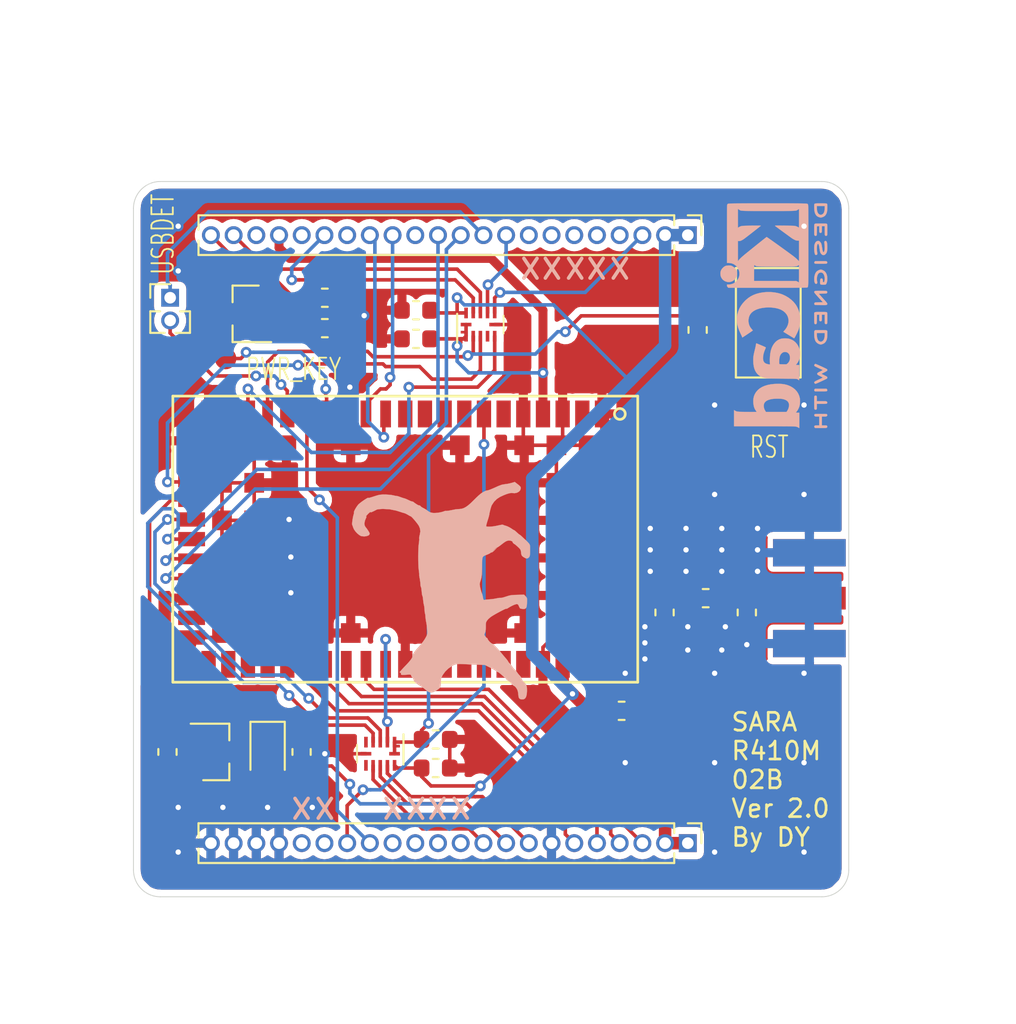
<source format=kicad_pcb>
(kicad_pcb (version 20191123) (host pcbnew "5.99.0-unknown-d20d310~86~ubuntu18.04.1")
  (layers (0 "F.Cu" signal) (31 "B.Cu" signal) (34 "B.Paste" user) (35 "F.Paste" user) (36 "B.SilkS" user) (37 "F.SilkS" user) (38 "B.Mask" user) (39 "F.Mask" user) (44 "Edge.Cuts" user))
  (net 0 "")
  (net 1 "GND")
  (net 2 "/SARA_RESET")
  (net 3 "Net-(C2-Pad1)")
  (net 4 "Net-(C3-Pad1)")
  (net 5 "/M_VDD_OUT")
  (net 6 "+3V3")
  (net 7 "Net-(D1-Pad2)")
  (net 8 "Net-(D1-Pad1)")
  (net 9 "/GPIO_L3")
  (net 10 "/M_RESET")
  (net 11 "/M_PWRKEY")
  (net 12 "/M_MAIN_UART_Rx")
  (net 13 "/M_MAIN_UART_Tx")
  (net 14 "/M_USB_DM")
  (net 15 "/M_USB_DP")
  (net 16 "/M_USB_VBUS")
  (net 17 "/GPIO_L2")
  (net 18 "/GPIO_L1")
  (net 19 "/M_RI")
  (net 20 "/M_NET_LED")
  (net 21 "/M_SCL")
  (net 22 "/M_SDA")
  (net 23 "/GPIO_R1")
  (net 24 "/SIM_CLK")
  (net 25 "/SIM_IO")
  (net 26 "/SIM_RST")
  (net 27 "/V_SIM")
  (net 28 "Net-(Q1-Pad1)")
  (net 29 "/SARA_STATUS_LED")
  (net 30 "/SARA_SCL")
  (net 31 "/SARA_SDA")
  (net 32 "/SARA_GPIO3")
  (net 33 "/SARA_GPIO2")
  (net 34 "/SARA_GPIO5")
  (net 35 "/SARA_GPIO6")
  (net 36 "/GPIO_L4")
  (net 37 "/M_AP_READY")
  (net 38 "/PSM_EINT")
  (net 39 "/M_ADC")
  (net 40 "/B_SPI_CS-I2S_CS")
  (net 41 "/B_SPI_CLK-I2S_CLK")
  (net 42 "/B_SPI_MOSI-I2S_WA")
  (net 43 "/B_SPI_MISO-I2S_RXD")
  (net 44 "/PSM_IND")
  (net 45 "/GPIO_R3")
  (net 46 "/GPIO_R2")
  (net 47 "/M_AUX_UART_Rx")
  (net 48 "/M_AUX_UART_Tx")
  (net 49 "/M_DBG_UART_Rx")
  (net 50 "/M_DBG_UART_TX")
  (net 51 "Net-(J4-Pad2)")
  (net 52 "Net-(Q2-Pad1)")
  (net 53 "Net-(U1-Pad62)")
  (net 54 "Net-(U1-Pad31)")
  (net 55 "Net-(U1-Pad49)")
  (net 56 "Net-(U1-Pad48)")
  (net 57 "Net-(U1-Pad47)")
  (net 58 "Net-(U1-Pad46)")
  (net 59 "Net-(U1-Pad45)")
  (net 60 "Net-(U1-Pad44)")
  (net 61 "Net-(U1-Pad37)")
  (net 62 "Net-(U1-Pad36)")
  (net 63 "Net-(U1-Pad35)")
  (net 64 "Net-(U1-Pad34)")
  (net 65 "Net-(U1-Pad33)")
  (net 66 "Net-(U1-Pad11)")
  (net 67 "Net-(U1-Pad10)")
  (net 68 "Net-(U1-Pad9)")
  (net 69 "Net-(U1-Pad8)")
  (net 70 "Net-(U1-Pad6)")
  (net 71 "Net-(U1-Pad2)")
  (net 72 "Net-(U3-Pad7)")
  (net 73 "Net-(U3-Pad5)")
  (net 74 "/M_PWR_KEY_NEW")
  (module "LTD_Customized:SMD_Switch" (layer "F.Cu") (at 165.55 87.95 90)
    (fp_text reference "SW1" hide)
    (fp_text value "SW_Push" hide)
    (pad "2" smd rect (at 4.14 -0.05 90) (size 1.2 1) (layers "F.Cu" "F.Paste" "F.Mask") (net 2 "/SARA_RESET"))
    (pad "1" smd rect (at -4.04 -0.05 90) (size 1.2 1) (layers "F.Cu" "F.Paste" "F.Mask") (net 1 "GND"))
  )
  (module "LTD_Customized:test_pad" (layer "F.Cu") (at 135.15 89.9)
    (fp_text reference "T1" hide)
    (fp_text value "M_PWR_KEY")
    (pad "1" smd circle (at 0 0) (size 1.2 1.2) (layers "F.Cu" "F.Paste" "F.Mask") (net 74 "/M_PWR_KEY_NEW"))
  )
  (module "Resistor_SMD:R_0603_1608Metric" (layer "F.Cu") (at 140.7 88.2 180)
    (fp_text reference "R3" hide)
    (fp_text value "47k")
    (pad "2" smd roundrect (at 0.7875 0 180) (size 0.875 0.95) (layers "F.Cu" "F.Paste" "F.Mask") (net 52 "Net-(Q2-Pad1)"))
    (pad "1" smd roundrect (at -0.7875 0 180) (size 0.875 0.95) (layers "F.Cu" "F.Paste" "F.Mask") (net 1 "GND"))
  )
  (module "Resistor_SMD:R_0603_1608Metric" (layer "F.Cu") (at 140.7 86.5 180)
    (fp_text reference "R2" hide)
    (fp_text value "4.7k")
    (pad "2" smd roundrect (at 0.7875 0 180) (size 0.875 0.95) (layers "F.Cu" "F.Paste" "F.Mask") (net 36 "/GPIO_L4"))
    (pad "1" smd roundrect (at -0.7875 0 180) (size 0.875 0.95) (layers "F.Cu" "F.Paste" "F.Mask") (net 52 "Net-(Q2-Pad1)"))
  )
  (module "Package_TO_SOT_SMD:SOT-23" (layer "F.Cu") (at 136.3 87.4 180)
    (fp_text reference "Q2" hide)
    (fp_text value "MMBT3904")
    (pad "3" smd rect (at 1 0 180) (size 0.9 0.8) (layers "F.Cu" "F.Paste" "F.Mask") (net 74 "/M_PWR_KEY_NEW"))
    (pad "2" smd rect (at -1 0.95 180) (size 0.9 0.8) (layers "F.Cu" "F.Paste" "F.Mask") (net 1 "GND"))
    (pad "1" smd rect (at -1 -0.95 180) (size 0.9 0.8) (layers "F.Cu" "F.Paste" "F.Mask") (net 52 "Net-(Q2-Pad1)"))
  )
  (module "Connector_PinHeader_1.27mm:PinHeader_1x02_P1.27mm_Vertical" (layer "F.Cu") (at 132.05 86.5)
    (fp_text reference "J4" hide)
    (fp_text value "USB_DET_Conn")
    (pad "2" thru_hole oval (at 0 1.27) (size 1 1) (drill 0.65) (layers *.Cu *.Mask) (net 51 "Net-(J4-Pad2)"))
    (pad "1" thru_hole rect (at 0 0) (size 1 1) (drill 0.65) (layers *.Cu *.Mask) (net 16 "/M_USB_VBUS"))
  )
  (module "Symbol:KiCad-Logo2_5mm_SilkScreen" (layer "B.Cu") (at 165.8 87.5 -90)
    (fp_text reference "REF**" hide)
    (fp_text value "KiCad-Logo2_5mm_SilkScreen" hide)
  )
  (module "LTD_Customized:Cat-Logo" (layer "B.Cu") (at 147.2 102.9 -90)
    (fp_text reference "G***" hide)
    (fp_text value "LOGO" hide)
  )
  (module "Package_DFN_QFN:Texas_R_PUQFN-N12" (layer "F.Cu") (at 143.8 112 -90)
    (fp_text reference "U3" hide)
    (fp_text value "TXB0304RUT")
    (pad "1" smd rect (at -0.425 -0.975 270) (size 0.15 0.25) (layers "F.Cu" "F.Paste" "F.Mask") (net 5 "/M_VDD_OUT"))
    (pad "12" smd rect (at 0 -0.8 180) (size 0.6 0.2) (layers "F.Cu" "F.Paste" "F.Mask") (net 5 "/M_VDD_OUT"))
    (pad "11" smd rect (at 0.65 -0.8 180) (size 0.2 0.6) (layers "F.Cu" "F.Paste" "F.Mask") (net 6 "+3V3"))
    (pad "10" smd rect (at 0.65 -0.4 180) (size 0.2 0.6) (layers "F.Cu" "F.Paste" "F.Mask") (net 23 "/GPIO_R1"))
    (pad "9" smd rect (at 0.65 0 180) (size 0.2 0.6) (layers "F.Cu" "F.Paste" "F.Mask") (net 22 "/M_SDA"))
    (pad "8" smd rect (at 0.65 0.4 180) (size 0.2 0.6) (layers "F.Cu" "F.Paste" "F.Mask") (net 21 "/M_SCL"))
    (pad "7" smd rect (at 0.65 0.8 180) (size 0.2 0.6) (layers "F.Cu" "F.Paste" "F.Mask") (net 72 "Net-(U3-Pad7)"))
    (pad "6" smd rect (at 0 0.8 180) (size 0.6 0.2) (layers "F.Cu" "F.Paste" "F.Mask") (net 1 "GND"))
    (pad "5" smd rect (at -0.65 0.8 180) (size 0.2 0.6) (layers "F.Cu" "F.Paste" "F.Mask") (net 73 "Net-(U3-Pad5)"))
    (pad "4" smd rect (at -0.65 0.4 180) (size 0.2 0.6) (layers "F.Cu" "F.Paste" "F.Mask") (net 30 "/SARA_SCL"))
    (pad "3" smd rect (at -0.65 0 180) (size 0.2 0.6) (layers "F.Cu" "F.Paste" "F.Mask") (net 31 "/SARA_SDA"))
    (pad "2" smd rect (at -0.65 -0.4 180) (size 0.2 0.6) (layers "F.Cu" "F.Paste" "F.Mask") (net 34 "/SARA_GPIO5"))
    (pad "1" smd rect (at -0.65 -0.8 180) (size 0.2 0.6) (layers "F.Cu" "F.Paste" "F.Mask") (net 5 "/M_VDD_OUT"))
  )
  (module "Package_DFN_QFN:Texas_R_PUQFN-N12" (layer "F.Cu") (at 149.4 88 90)
    (fp_text reference "U2" hide)
    (fp_text value "TXB0304RUT")
    (pad "1" smd rect (at -0.425 -0.975 90) (size 0.15 0.25) (layers "F.Cu" "F.Paste" "F.Mask") (net 5 "/M_VDD_OUT"))
    (pad "12" smd rect (at 0 -0.8) (size 0.6 0.2) (layers "F.Cu" "F.Paste" "F.Mask") (net 5 "/M_VDD_OUT"))
    (pad "11" smd rect (at 0.65 -0.8) (size 0.2 0.6) (layers "F.Cu" "F.Paste" "F.Mask") (net 6 "+3V3"))
    (pad "10" smd rect (at 0.65 -0.4) (size 0.2 0.6) (layers "F.Cu" "F.Paste" "F.Mask") (net 10 "/M_RESET"))
    (pad "9" smd rect (at 0.65 0) (size 0.2 0.6) (layers "F.Cu" "F.Paste" "F.Mask") (net 9 "/GPIO_L3"))
    (pad "8" smd rect (at 0.65 0.4) (size 0.2 0.6) (layers "F.Cu" "F.Paste" "F.Mask") (net 17 "/GPIO_L2"))
    (pad "7" smd rect (at 0.65 0.8) (size 0.2 0.6) (layers "F.Cu" "F.Paste" "F.Mask") (net 18 "/GPIO_L1"))
    (pad "6" smd rect (at 0 0.8) (size 0.6 0.2) (layers "F.Cu" "F.Paste" "F.Mask") (net 1 "GND"))
    (pad "5" smd rect (at -0.65 0.8) (size 0.2 0.6) (layers "F.Cu" "F.Paste" "F.Mask") (net 35 "/SARA_GPIO6"))
    (pad "4" smd rect (at -0.65 0.4) (size 0.2 0.6) (layers "F.Cu" "F.Paste" "F.Mask") (net 33 "/SARA_GPIO2"))
    (pad "3" smd rect (at -0.65 0) (size 0.2 0.6) (layers "F.Cu" "F.Paste" "F.Mask") (net 32 "/SARA_GPIO3"))
    (pad "2" smd rect (at -0.65 -0.4) (size 0.2 0.6) (layers "F.Cu" "F.Paste" "F.Mask") (net 2 "/SARA_RESET"))
    (pad "1" smd rect (at -0.65 -0.8) (size 0.2 0.6) (layers "F.Cu" "F.Paste" "F.Mask") (net 5 "/M_VDD_OUT"))
  )
  (module "LTD_Customized:Ublox_SARA-R410M-02B" (layer "F.Cu") (at 145.2 100 -90)
    (fp_text reference "U1" hide)
    (fp_text value "uBlox_SARA-R410M-02B" hide)
    (pad "84" smd rect (at 5.25 6.65 90) (size 1.1 1.1) (layers "F.Cu" "F.Paste" "F.Mask") (net 1 "GND"))
    (pad "82" smd rect (at 5.25 3.05 90) (size 1.1 1.1) (layers "F.Cu" "F.Paste" "F.Mask") (net 1 "GND"))
    (pad "80" smd rect (at 5.25 -3.05 90) (size 1.1 1.1) (layers "F.Cu" "F.Paste" "F.Mask") (net 1 "GND"))
    (pad "96" smd rect (at 5.25 10.25 90) (size 1.1 1.1) (layers "F.Cu" "F.Paste" "F.Mask") (net 1 "GND"))
    (pad "95" smd rect (at 3.15 10.25 90) (size 1.1 1.1) (layers "F.Cu" "F.Paste" "F.Mask") (net 1 "GND"))
    (pad "94" smd rect (at 1.05 10.25 90) (size 1.1 1.1) (layers "F.Cu" "F.Paste" "F.Mask") (net 1 "GND"))
    (pad "93" smd rect (at -1.05 10.25 90) (size 1.1 1.1) (layers "F.Cu" "F.Paste" "F.Mask") (net 1 "GND"))
    (pad "92" smd rect (at -3.15 10.25 90) (size 1.1 1.1) (layers "F.Cu" "F.Paste" "F.Mask") (net 1 "GND"))
    (pad "90" smd rect (at 5.25 8.45 90) (size 1.1 1.1) (layers "F.Cu" "F.Paste" "F.Mask") (net 1 "GND"))
    (pad "89" smd rect (at 3.15 8.45 90) (size 1.1 1.1) (layers "F.Cu" "F.Paste" "F.Mask") (net 1 "GND"))
    (pad "88" smd rect (at 1.05 8.45 90) (size 1.1 1.1) (layers "F.Cu" "F.Paste" "F.Mask") (net 1 "GND"))
    (pad "87" smd rect (at -1.05 8.45 90) (size 1.1 1.1) (layers "F.Cu" "F.Paste" "F.Mask") (net 1 "GND"))
    (pad "86" smd rect (at -3.15 8.45 90) (size 1.1 1.1) (layers "F.Cu" "F.Paste" "F.Mask") (net 1 "GND"))
    (pad "78" smd rect (at 5.25 -6.65 90) (size 1.1 1.1) (layers "F.Cu" "F.Paste" "F.Mask") (net 1 "GND"))
    (pad "76" smd rect (at 5.25 -8.45 90) (size 1.1 1.1) (layers "F.Cu" "F.Paste" "F.Mask") (net 1 "GND"))
    (pad "75" smd rect (at 3.15 -8.45 90) (size 1.1 1.1) (layers "F.Cu" "F.Paste" "F.Mask") (net 1 "GND"))
    (pad "74" smd rect (at 1.05 -8.45 90) (size 1.1 1.1) (layers "F.Cu" "F.Paste" "F.Mask") (net 1 "GND"))
    (pad "73" smd rect (at -1.05 -8.45 90) (size 1.1 1.1) (layers "F.Cu" "F.Paste" "F.Mask") (net 1 "GND"))
    (pad "72" smd rect (at -3.15 -8.45 90) (size 1.1 1.1) (layers "F.Cu" "F.Paste" "F.Mask") (net 1 "GND"))
    (pad "70" smd rect (at 5.25 -10.25 90) (size 1.1 1.1) (layers "F.Cu" "F.Paste" "F.Mask") (net 1 "GND"))
    (pad "69" smd rect (at 3.15 -10.25 90) (size 1.1 1.1) (layers "F.Cu" "F.Paste" "F.Mask") (net 1 "GND"))
    (pad "68" smd rect (at 1.05 -10.25 90) (size 1.1 1.1) (layers "F.Cu" "F.Paste" "F.Mask") (net 1 "GND"))
    (pad "67" smd rect (at -1.05 -10.25 90) (size 1.1 1.1) (layers "F.Cu" "F.Paste" "F.Mask") (net 1 "GND"))
    (pad "66" smd rect (at -3.15 -10.25 90) (size 1.1 1.1) (layers "F.Cu" "F.Paste" "F.Mask") (net 1 "GND"))
    (pad "81" smd rect (at -5.25 3.05 90) (size 1.1 1.1) (layers "F.Cu" "F.Paste" "F.Mask") (net 1 "GND"))
    (pad "83" smd rect (at -5.25 6.65 90) (size 1.1 1.1) (layers "F.Cu" "F.Paste" "F.Mask") (net 1 "GND"))
    (pad "85" smd rect (at -5.25 8.45 90) (size 1.1 1.1) (layers "F.Cu" "F.Paste" "F.Mask") (net 1 "GND"))
    (pad "91" smd rect (at -5.25 10.25 90) (size 1.1 1.1) (layers "F.Cu" "F.Paste" "F.Mask") (net 1 "GND"))
    (pad "79" smd rect (at -5.25 -3.05 90) (size 1.1 1.1) (layers "F.Cu" "F.Paste" "F.Mask") (net 1 "GND"))
    (pad "77" smd rect (at -5.25 -6.65 90) (size 1.1 1.1) (layers "F.Cu" "F.Paste" "F.Mask") (net 1 "GND"))
    (pad "71" smd rect (at -5.25 -8.45 90) (size 1.1 1.1) (layers "F.Cu" "F.Paste" "F.Mask") (net 1 "GND"))
    (pad "65" smd rect (at -5.25 -10.25 90) (size 1.1 1.1) (layers "F.Cu" "F.Paste" "F.Mask") (net 1 "GND"))
    (pad "64" smd rect (at -5.5 -11.95 90) (size 0.8 1.5) (layers "F.Cu" "F.Paste" "F.Mask") (net 1 "GND"))
    (pad "63" smd rect (at -4.4 -11.95 90) (size 0.8 1.5) (layers "F.Cu" "F.Paste" "F.Mask") (net 1 "GND"))
    (pad "62" smd rect (at -3.3 -11.95 90) (size 0.8 1.5) (layers "F.Cu" "F.Paste" "F.Mask") (net 53 "Net-(U1-Pad62)"))
    (pad "61" smd rect (at -2.2 -11.95 90) (size 0.8 1.5) (layers "F.Cu" "F.Paste" "F.Mask") (net 1 "GND"))
    (pad "60" smd rect (at -1.1 -11.95 90) (size 0.8 1.5) (layers "F.Cu" "F.Paste" "F.Mask") (net 1 "GND"))
    (pad "59" smd rect (at 0 -11.95 90) (size 0.8 1.5) (layers "F.Cu" "F.Paste" "F.Mask") (net 1 "GND"))
    (pad "58" smd rect (at 1.1 -11.95 90) (size 0.8 1.5) (layers "F.Cu" "F.Paste" "F.Mask") (net 1 "GND"))
    (pad "57" smd rect (at 2.2 -11.95 90) (size 0.8 1.5) (layers "F.Cu" "F.Paste" "F.Mask") (net 1 "GND"))
    (pad "56" smd rect (at 3.3 -11.95 90) (size 0.8 1.5) (layers "F.Cu" "F.Paste" "F.Mask") (net 3 "Net-(C2-Pad1)"))
    (pad "55" smd rect (at 4.4 -11.95 90) (size 0.8 1.5) (layers "F.Cu" "F.Paste" "F.Mask") (net 1 "GND"))
    (pad "54" smd rect (at 5.5 -11.95 90) (size 0.8 1.5) (layers "F.Cu" "F.Paste" "F.Mask") (net 1 "GND"))
    (pad "32" smd rect (at 5.5 11.95 90) (size 0.8 1.5) (layers "F.Cu" "F.Paste" "F.Mask") (net 1 "GND"))
    (pad "31" smd rect (at 4.4 11.95 90) (size 0.8 1.5) (layers "F.Cu" "F.Paste" "F.Mask") (net 54 "Net-(U1-Pad31)"))
    (pad "30" smd rect (at 3.3 11.95 90) (size 0.8 1.5) (layers "F.Cu" "F.Paste" "F.Mask") (net 1 "GND"))
    (pad "29" smd rect (at 2.2 11.95 90) (size 0.6 1.5) (layers "F.Cu" "F.Paste" "F.Mask") (net 15 "/M_USB_DP"))
    (pad "28" smd rect (at 1.1 11.95 90) (size 0.6 1.5) (layers "F.Cu" "F.Paste" "F.Mask") (net 14 "/M_USB_DM"))
    (pad "27" smd rect (at 0 11.95 90) (size 0.8 1.5) (layers "F.Cu" "F.Paste" "F.Mask") (net 30 "/SARA_SCL"))
    (pad "26" smd rect (at -1.1 11.95 90) (size 0.8 1.5) (layers "F.Cu" "F.Paste" "F.Mask") (net 31 "/SARA_SDA"))
    (pad "25" smd rect (at -2.2 11.95 90) (size 0.8 1.5) (layers "F.Cu" "F.Paste" "F.Mask") (net 29 "/SARA_STATUS_LED"))
    (pad "24" smd rect (at -3.3 11.95 90) (size 0.8 1.5) (layers "F.Cu" "F.Paste" "F.Mask") (net 32 "/SARA_GPIO3"))
    (pad "23" smd rect (at -4.4 11.95 90) (size 0.8 1.5) (layers "F.Cu" "F.Paste" "F.Mask") (net 33 "/SARA_GPIO2"))
    (pad "22" smd rect (at -5.5 11.95 90) (size 0.8 1.5) (layers "F.Cu" "F.Paste" "F.Mask") (net 1 "GND"))
    (pad "53" smd rect (at 7 -11) (size 0.8 1.5) (layers "F.Cu" "F.Paste" "F.Mask") (net 6 "+3V3"))
    (pad "52" smd rect (at 7 -9.9) (size 0.8 1.5) (layers "F.Cu" "F.Paste" "F.Mask") (net 6 "+3V3"))
    (pad "51" smd rect (at 7 -8.8) (size 0.8 1.5) (layers "F.Cu" "F.Paste" "F.Mask") (net 6 "+3V3"))
    (pad "50" smd rect (at 7 -7.7) (size 0.8 1.5) (layers "F.Cu" "F.Paste" "F.Mask") (net 1 "GND"))
    (pad "49" smd rect (at 7 -6.6) (size 0.8 1.5) (layers "F.Cu" "F.Paste" "F.Mask") (net 55 "Net-(U1-Pad49)"))
    (pad "48" smd rect (at 7 -5.5) (size 0.8 1.5) (layers "F.Cu" "F.Paste" "F.Mask") (net 56 "Net-(U1-Pad48)"))
    (pad "47" smd rect (at 7 -4.4) (size 0.8 1.5) (layers "F.Cu" "F.Paste" "F.Mask") (net 57 "Net-(U1-Pad47)"))
    (pad "46" smd rect (at 7 -3.3) (size 0.8 1.5) (layers "F.Cu" "F.Paste" "F.Mask") (net 58 "Net-(U1-Pad46)"))
    (pad "45" smd rect (at 7 -2.2) (size 0.8 1.5) (layers "F.Cu" "F.Paste" "F.Mask") (net 59 "Net-(U1-Pad45)"))
    (pad "44" smd rect (at 7 -1.1) (size 0.8 1.5) (layers "F.Cu" "F.Paste" "F.Mask") (net 60 "Net-(U1-Pad44)"))
    (pad "43" smd rect (at 7 0) (size 0.8 1.5) (layers "F.Cu" "F.Paste" "F.Mask") (net 1 "GND"))
    (pad "42" smd rect (at 7 1.1) (size 0.6 1.5) (layers "F.Cu" "F.Paste" "F.Mask") (net 34 "/SARA_GPIO5"))
    (pad "41" smd rect (at 7 2.2) (size 0.6 1.5) (layers "F.Cu" "F.Paste" "F.Mask") (net 27 "/V_SIM"))
    (pad "40" smd rect (at 7 3.3) (size 0.6 1.5) (layers "F.Cu" "F.Paste" "F.Mask") (net 26 "/SIM_RST"))
    (pad "39" smd rect (at 7 4.4) (size 0.6 1.5) (layers "F.Cu" "F.Paste" "F.Mask") (net 25 "/SIM_IO"))
    (pad "38" smd rect (at 7 5.5) (size 0.6 1.5) (layers "F.Cu" "F.Paste" "F.Mask") (net 24 "/SIM_CLK"))
    (pad "37" smd rect (at 7 6.6) (size 0.8 1.5) (layers "F.Cu" "F.Paste" "F.Mask") (net 61 "Net-(U1-Pad37)"))
    (pad "36" smd rect (at 7 7.7) (size 0.8 1.5) (layers "F.Cu" "F.Paste" "F.Mask") (net 62 "Net-(U1-Pad36)"))
    (pad "35" smd rect (at 7 8.8) (size 0.8 1.5) (layers "F.Cu" "F.Paste" "F.Mask") (net 63 "Net-(U1-Pad35)"))
    (pad "34" smd rect (at 7 9.9) (size 0.8 1.5) (layers "F.Cu" "F.Paste" "F.Mask") (net 64 "Net-(U1-Pad34)"))
    (pad "33" smd rect (at 7 11) (size 0.8 1.5) (layers "F.Cu" "F.Paste" "F.Mask") (net 65 "Net-(U1-Pad33)"))
    (pad "21" smd rect (at -7 11) (size 0.8 1.5) (layers "F.Cu" "F.Paste" "F.Mask") (net 1 "GND"))
    (pad "20" smd rect (at -7 9.9) (size 0.8 1.5) (layers "F.Cu" "F.Paste" "F.Mask") (net 1 "GND"))
    (pad "19" smd rect (at -7 8.8) (size 0.8 1.5) (layers "F.Cu" "F.Paste" "F.Mask") (net 35 "/SARA_GPIO6"))
    (pad "18" smd rect (at -7 7.7) (size 0.6 1.5) (layers "F.Cu" "F.Paste" "F.Mask") (net 2 "/SARA_RESET"))
    (pad "17" smd rect (at -7 6.6) (size 0.8 1.5) (layers "F.Cu" "F.Paste" "F.Mask") (net 51 "Net-(J4-Pad2)"))
    (pad "16" smd rect (at -7 5.5) (size 0.6 1.5) (layers "F.Cu" "F.Paste" "F.Mask") (net 20 "/M_NET_LED"))
    (pad "15" smd rect (at -7 4.4) (size 0.6 1.5) (layers "F.Cu" "F.Paste" "F.Mask") (net 74 "/M_PWR_KEY_NEW"))
    (pad "14" smd rect (at -7 3.3) (size 0.8 1.5) (layers "F.Cu" "F.Paste" "F.Mask") (net 1 "GND"))
    (pad "13" smd rect (at -7 2.2) (size 0.6 1.5) (layers "F.Cu" "F.Paste" "F.Mask") (net 13 "/M_MAIN_UART_Tx"))
    (pad "12" smd rect (at -7 1.1) (size 0.6 1.5) (layers "F.Cu" "F.Paste" "F.Mask") (net 12 "/M_MAIN_UART_Rx"))
    (pad "11" smd rect (at -7 0) (size 0.8 1.5) (layers "F.Cu" "F.Paste" "F.Mask") (net 66 "Net-(U1-Pad11)"))
    (pad "10" smd rect (at -7 -1.1) (size 0.8 1.5) (layers "F.Cu" "F.Paste" "F.Mask") (net 67 "Net-(U1-Pad10)"))
    (pad "9" smd rect (at -7 -2.2) (size 0.8 1.5) (layers "F.Cu" "F.Paste" "F.Mask") (net 68 "Net-(U1-Pad9)"))
    (pad "8" smd rect (at -7 -3.3) (size 0.8 1.5) (layers "F.Cu" "F.Paste" "F.Mask") (net 69 "Net-(U1-Pad8)"))
    (pad "7" smd rect (at -7 -4.4) (size 0.8 1.5) (layers "F.Cu" "F.Paste" "F.Mask") (net 19 "/M_RI"))
    (pad "6" smd rect (at -7 -5.5) (size 0.8 1.5) (layers "F.Cu" "F.Paste" "F.Mask") (net 70 "Net-(U1-Pad6)"))
    (pad "5" smd rect (at -7 -6.6) (size 0.8 1.5) (layers "F.Cu" "F.Paste" "F.Mask") (net 1 "GND"))
    (pad "4" smd rect (at -7 -7.7) (size 0.8 1.5) (layers "F.Cu" "F.Paste" "F.Mask") (net 5 "/M_VDD_OUT"))
    (pad "3" smd rect (at -7 -8.8) (size 0.8 1.5) (layers "F.Cu" "F.Paste" "F.Mask") (net 1 "GND"))
    (pad "2" smd rect (at -7 -9.9) (size 0.8 1.5) (layers "F.Cu" "F.Paste" "F.Mask") (net 71 "Net-(U1-Pad2)"))
    (pad "1" smd rect (at -7 -11) (size 0.8 1.5) (layers "F.Cu" "F.Paste" "F.Mask") (net 1 "GND"))
  )
  (module "Resistor_SMD:R_0603_1608Metric" (layer "F.Cu") (at 131.9 111.9 90)
    (fp_text reference "R22" hide)
    (fp_text value "2.2k")
    (pad "2" smd roundrect (at 0.7875 0 90) (size 0.875 0.95) (layers "F.Cu" "F.Paste" "F.Mask") (net 29 "/SARA_STATUS_LED"))
    (pad "1" smd roundrect (at -0.7875 0 90) (size 0.875 0.95) (layers "F.Cu" "F.Paste" "F.Mask") (net 28 "Net-(Q1-Pad1)"))
  )
  (module "Resistor_SMD:R_0603_1608Metric" (layer "F.Cu") (at 139.4 111.9 90)
    (fp_text reference "R5" hide)
    (fp_text value "2.2k")
    (pad "2" smd roundrect (at 0.7875 0 90) (size 0.875 0.95) (layers "F.Cu" "F.Paste" "F.Mask") (net 7 "Net-(D1-Pad2)"))
    (pad "1" smd roundrect (at -0.7875 0 90) (size 0.875 0.95) (layers "F.Cu" "F.Paste" "F.Mask") (net 6 "+3V3"))
  )
  (module "Resistor_SMD:R_0603_1608Metric" (layer "F.Cu") (at 162 103.3 180)
    (fp_text reference "R1" hide)
    (fp_text value "0")
    (pad "2" smd roundrect (at 0.7875 0 180) (size 0.875 0.95) (layers "F.Cu" "F.Paste" "F.Mask") (net 3 "Net-(C2-Pad1)"))
    (pad "1" smd roundrect (at -0.7875 0 180) (size 0.875 0.95) (layers "F.Cu" "F.Paste" "F.Mask") (net 4 "Net-(C3-Pad1)"))
  )
  (module "Package_TO_SOT_SMD:SOT-23" (layer "F.Cu") (at 134.6 111.9)
    (fp_text reference "Q1" hide)
    (fp_text value "MMBT3904")
    (pad "3" smd rect (at 1 0) (size 0.9 0.8) (layers "F.Cu" "F.Paste" "F.Mask") (net 8 "Net-(D1-Pad1)"))
    (pad "2" smd rect (at -1 0.95) (size 0.9 0.8) (layers "F.Cu" "F.Paste" "F.Mask") (net 1 "GND"))
    (pad "1" smd rect (at -1 -0.95) (size 0.9 0.8) (layers "F.Cu" "F.Paste" "F.Mask") (net 28 "Net-(Q1-Pad1)"))
  )
  (module "Connector_PinHeader_1.27mm:PinHeader_1x22_P1.27mm_Vertical" (layer "F.Cu") (at 161 117 -90)
    (fp_text reference "J3" hide)
    (fp_text value "Right_Conn")
    (pad "22" thru_hole oval (at 0 26.67 270) (size 1 1) (drill 0.65) (layers *.Cu *.Mask) (net 1 "GND"))
    (pad "21" thru_hole oval (at 0 25.4 270) (size 1 1) (drill 0.65) (layers *.Cu *.Mask) (net 1 "GND"))
    (pad "20" thru_hole oval (at 0 24.13 270) (size 1 1) (drill 0.65) (layers *.Cu *.Mask) (net 1 "GND"))
    (pad "19" thru_hole oval (at 0 22.86 270) (size 1 1) (drill 0.65) (layers *.Cu *.Mask) (net 1 "GND"))
    (pad "18" thru_hole oval (at 0 21.59 270) (size 1 1) (drill 0.65) (layers *.Cu *.Mask) (net 45 "/GPIO_R3"))
    (pad "17" thru_hole oval (at 0 20.32 270) (size 1 1) (drill 0.65) (layers *.Cu *.Mask) (net 46 "/GPIO_R2"))
    (pad "16" thru_hole oval (at 0 19.05 270) (size 1 1) (drill 0.65) (layers *.Cu *.Mask) (net 19 "/M_RI"))
    (pad "15" thru_hole oval (at 0 17.78 270) (size 1 1) (drill 0.65) (layers *.Cu *.Mask) (net 20 "/M_NET_LED"))
    (pad "14" thru_hole oval (at 0 16.51 270) (size 1 1) (drill 0.65) (layers *.Cu *.Mask) (net 47 "/M_AUX_UART_Rx"))
    (pad "13" thru_hole oval (at 0 15.24 270) (size 1 1) (drill 0.65) (layers *.Cu *.Mask) (net 48 "/M_AUX_UART_Tx"))
    (pad "12" thru_hole oval (at 0 13.97 270) (size 1 1) (drill 0.65) (layers *.Cu *.Mask) (net 49 "/M_DBG_UART_Rx"))
    (pad "11" thru_hole oval (at 0 12.7 270) (size 1 1) (drill 0.65) (layers *.Cu *.Mask) (net 50 "/M_DBG_UART_TX"))
    (pad "10" thru_hole oval (at 0 11.43 270) (size 1 1) (drill 0.65) (layers *.Cu *.Mask) (net 21 "/M_SCL"))
    (pad "9" thru_hole oval (at 0 10.16 270) (size 1 1) (drill 0.65) (layers *.Cu *.Mask) (net 22 "/M_SDA"))
    (pad "8" thru_hole oval (at 0 8.89 270) (size 1 1) (drill 0.65) (layers *.Cu *.Mask) (net 23 "/GPIO_R1"))
    (pad "7" thru_hole oval (at 0 7.62 270) (size 1 1) (drill 0.65) (layers *.Cu *.Mask) (net 1 "GND"))
    (pad "6" thru_hole oval (at 0 6.35 270) (size 1 1) (drill 0.65) (layers *.Cu *.Mask) (net 24 "/SIM_CLK"))
    (pad "5" thru_hole oval (at 0 5.08 270) (size 1 1) (drill 0.65) (layers *.Cu *.Mask) (net 25 "/SIM_IO"))
    (pad "4" thru_hole oval (at 0 3.81 270) (size 1 1) (drill 0.65) (layers *.Cu *.Mask) (net 26 "/SIM_RST"))
    (pad "3" thru_hole oval (at 0 2.54 270) (size 1 1) (drill 0.65) (layers *.Cu *.Mask) (net 27 "/V_SIM"))
    (pad "2" thru_hole oval (at 0 1.27 270) (size 1 1) (drill 0.65) (layers *.Cu *.Mask) (net 6 "+3V3"))
    (pad "1" thru_hole rect (at 0 0 270) (size 1 1) (drill 0.65) (layers *.Cu *.Mask) (net 6 "+3V3"))
  )
  (module "Connector_PinHeader_1.27mm:PinHeader_1x22_P1.27mm_Vertical" (layer "F.Cu") (at 161 83 -90)
    (fp_text reference "J2" hide)
    (fp_text value "Left_Conn")
    (pad "22" thru_hole oval (at 0 26.67 270) (size 1 1) (drill 0.65) (layers *.Cu *.Mask) (net 36 "/GPIO_L4"))
    (pad "21" thru_hole oval (at 0 25.4 270) (size 1 1) (drill 0.65) (layers *.Cu *.Mask) (net 9 "/GPIO_L3"))
    (pad "20" thru_hole oval (at 0 24.13 270) (size 1 1) (drill 0.65) (layers *.Cu *.Mask) (net 37 "/M_AP_READY"))
    (pad "19" thru_hole oval (at 0 22.86 270) (size 1 1) (drill 0.65) (layers *.Cu *.Mask) (net 5 "/M_VDD_OUT"))
    (pad "18" thru_hole oval (at 0 21.59 270) (size 1 1) (drill 0.65) (layers *.Cu *.Mask) (net 38 "/PSM_EINT"))
    (pad "17" thru_hole oval (at 0 20.32 270) (size 1 1) (drill 0.65) (layers *.Cu *.Mask) (net 10 "/M_RESET"))
    (pad "16" thru_hole oval (at 0 19.05 270) (size 1 1) (drill 0.65) (layers *.Cu *.Mask) (net 11 "/M_PWRKEY"))
    (pad "15" thru_hole oval (at 0 17.78 270) (size 1 1) (drill 0.65) (layers *.Cu *.Mask) (net 12 "/M_MAIN_UART_Rx"))
    (pad "14" thru_hole oval (at 0 16.51 270) (size 1 1) (drill 0.65) (layers *.Cu *.Mask) (net 13 "/M_MAIN_UART_Tx"))
    (pad "13" thru_hole oval (at 0 15.24 270) (size 1 1) (drill 0.65) (layers *.Cu *.Mask) (net 39 "/M_ADC"))
    (pad "12" thru_hole oval (at 0 13.97 270) (size 1 1) (drill 0.65) (layers *.Cu *.Mask) (net 14 "/M_USB_DM"))
    (pad "11" thru_hole oval (at 0 12.7 270) (size 1 1) (drill 0.65) (layers *.Cu *.Mask) (net 15 "/M_USB_DP"))
    (pad "10" thru_hole oval (at 0 11.43 270) (size 1 1) (drill 0.65) (layers *.Cu *.Mask) (net 16 "/M_USB_VBUS"))
    (pad "9" thru_hole oval (at 0 10.16 270) (size 1 1) (drill 0.65) (layers *.Cu *.Mask) (net 17 "/GPIO_L2"))
    (pad "8" thru_hole oval (at 0 8.89 270) (size 1 1) (drill 0.65) (layers *.Cu *.Mask) (net 40 "/B_SPI_CS-I2S_CS"))
    (pad "7" thru_hole oval (at 0 7.62 270) (size 1 1) (drill 0.65) (layers *.Cu *.Mask) (net 41 "/B_SPI_CLK-I2S_CLK"))
    (pad "6" thru_hole oval (at 0 6.35 270) (size 1 1) (drill 0.65) (layers *.Cu *.Mask) (net 42 "/B_SPI_MOSI-I2S_WA"))
    (pad "5" thru_hole oval (at 0 5.08 270) (size 1 1) (drill 0.65) (layers *.Cu *.Mask) (net 43 "/B_SPI_MISO-I2S_RXD"))
    (pad "4" thru_hole oval (at 0 3.81 270) (size 1 1) (drill 0.65) (layers *.Cu *.Mask) (net 44 "/PSM_IND"))
    (pad "3" thru_hole oval (at 0 2.54 270) (size 1 1) (drill 0.65) (layers *.Cu *.Mask) (net 18 "/GPIO_L1"))
    (pad "2" thru_hole oval (at 0 1.27 270) (size 1 1) (drill 0.65) (layers *.Cu *.Mask) (net 6 "+3V3"))
    (pad "1" thru_hole rect (at 0 0 270) (size 1 1) (drill 0.65) (layers *.Cu *.Mask) (net 6 "+3V3"))
  )
  (module "LTD_Customized:SMA_Antenna" (layer "F.Cu") (at 169.832 103.3 180)
    (fp_text reference "J1" hide)
    (fp_text value "1865" hide)
    (pad "GND1" smd rect (at 2.032 -2.54 270) (size 1.524 4.064) (layers "F.Cu" "F.Paste" "F.Mask") (net 1 "GND"))
    (pad "GND4" smd rect (at 2.032 2.54 270) (size 1.524 4.064) (layers "F.Cu" "F.Paste" "F.Mask") (net 1 "GND"))
    (pad "P" smd rect (at 2.032 0 270) (size 1.27 4.064) (layers "F.Cu" "F.Paste" "F.Mask") (net 4 "Net-(C3-Pad1)"))
    (pad "GND2" smd rect (at 2.032 -2.54 270) (size 1.524 4.064) (layers "B.Cu" "B.Paste" "B.Mask") (net 1 "GND"))
    (pad "GND3" smd rect (at 2.032 2.54 270) (size 1.524 4.064) (layers "B.Cu" "B.Paste" "B.Mask") (net 1 "GND"))
  )
  (module "LED_SMD:LED_0805_2012Metric" (layer "F.Cu") (at 137.5 111.9 -90)
    (fp_text reference "D1" hide)
    (fp_text value "LED")
    (pad "2" smd roundrect (at 0.9375 0 270) (size 0.975 1.4) (layers "F.Cu" "F.Paste" "F.Mask") (net 7 "Net-(D1-Pad2)"))
    (pad "1" smd roundrect (at -0.9375 0 270) (size 0.975 1.4) (layers "F.Cu" "F.Paste" "F.Mask") (net 8 "Net-(D1-Pad1)"))
  )
  (module "Capacitor_SMD:C_0603_1608Metric" (layer "F.Cu") (at 146.9 112.8 180)
    (fp_text reference "C8" hide)
    (fp_text value "100nF")
    (pad "2" smd roundrect (at 0.7875 0 180) (size 0.875 0.95) (layers "F.Cu" "F.Paste" "F.Mask") (net 6 "+3V3"))
    (pad "1" smd roundrect (at -0.7875 0 180) (size 0.875 0.95) (layers "F.Cu" "F.Paste" "F.Mask") (net 1 "GND"))
  )
  (module "Capacitor_SMD:C_0603_1608Metric" (layer "F.Cu") (at 146.9 111.2 180)
    (fp_text reference "C7" hide)
    (fp_text value "100nF")
    (pad "2" smd roundrect (at 0.7875 0 180) (size 0.875 0.95) (layers "F.Cu" "F.Paste" "F.Mask") (net 5 "/M_VDD_OUT"))
    (pad "1" smd roundrect (at -0.7875 0 180) (size 0.875 0.95) (layers "F.Cu" "F.Paste" "F.Mask") (net 1 "GND"))
  )
  (module "Capacitor_SMD:C_0603_1608Metric" (layer "F.Cu") (at 157.3 109.6)
    (fp_text reference "C6" hide)
    (fp_text value "100nF")
    (pad "2" smd roundrect (at 0.7875 0) (size 0.875 0.95) (layers "F.Cu" "F.Paste" "F.Mask") (net 1 "GND"))
    (pad "1" smd roundrect (at -0.7875 0) (size 0.875 0.95) (layers "F.Cu" "F.Paste" "F.Mask") (net 6 "+3V3"))
  )
  (module "Capacitor_SMD:C_0603_1608Metric" (layer "F.Cu") (at 145.8 87.2)
    (fp_text reference "C5" hide)
    (fp_text value "100nF")
    (pad "2" smd roundrect (at 0.7875 0) (size 0.875 0.95) (layers "F.Cu" "F.Paste" "F.Mask") (net 6 "+3V3"))
    (pad "1" smd roundrect (at -0.7875 0) (size 0.875 0.95) (layers "F.Cu" "F.Paste" "F.Mask") (net 1 "GND"))
  )
  (module "Capacitor_SMD:C_0603_1608Metric" (layer "F.Cu") (at 145.8 88.8)
    (fp_text reference "C4" hide)
    (fp_text value "100nF")
    (pad "2" smd roundrect (at 0.7875 0) (size 0.875 0.95) (layers "F.Cu" "F.Paste" "F.Mask") (net 5 "/M_VDD_OUT"))
    (pad "1" smd roundrect (at -0.7875 0) (size 0.875 0.95) (layers "F.Cu" "F.Paste" "F.Mask") (net 1 "GND"))
  )
  (module "Capacitor_SMD:C_0603_1608Metric" (layer "F.Cu") (at 164.3 104.1 -90)
    (fp_text reference "C3" hide)
    (fp_text value "100nF")
    (pad "2" smd roundrect (at 0.7875 0 270) (size 0.875 0.95) (layers "F.Cu" "F.Paste" "F.Mask") (net 1 "GND"))
    (pad "1" smd roundrect (at -0.7875 0 270) (size 0.875 0.95) (layers "F.Cu" "F.Paste" "F.Mask") (net 4 "Net-(C3-Pad1)"))
  )
  (module "Capacitor_SMD:C_0603_1608Metric" (layer "F.Cu") (at 159.7 104.1 -90)
    (fp_text reference "C2" hide)
    (fp_text value "100nF")
    (pad "2" smd roundrect (at 0.7875 0 270) (size 0.875 0.95) (layers "F.Cu" "F.Paste" "F.Mask") (net 1 "GND"))
    (pad "1" smd roundrect (at -0.7875 0 270) (size 0.875 0.95) (layers "F.Cu" "F.Paste" "F.Mask") (net 3 "Net-(C2-Pad1)"))
  )
  (module "Capacitor_SMD:C_0603_1608Metric" (layer "F.Cu") (at 161.55 88.3 -90)
    (fp_text reference "C1" hide)
    (fp_text value "100nF")
    (pad "2" smd roundrect (at 0.7875 0 270) (size 0.875 0.95) (layers "F.Cu" "F.Paste" "F.Mask") (net 1 "GND"))
    (pad "1" smd roundrect (at -0.7875 0 270) (size 0.875 0.95) (layers "F.Cu" "F.Paste" "F.Mask") (net 2 "/SARA_RESET"))
  )
  (gr_text "X" (at 140.7 115.1) (layer "B.SilkS") (effects (font (size 1.1 1.1) (thickness 0.2)) (justify mirror)))
  (gr_text "X" (at 139.4 115.1) (layer "B.SilkS") (effects (font (size 1.1 1.1) (thickness 0.2)) (justify mirror)))
  (gr_text "X" (at 144.5 115.1) (layer "B.SilkS") (effects (font (size 1.1 1.1) (thickness 0.2)) (justify mirror)))
  (gr_text "X" (at 145.8 115.1) (layer "B.SilkS") (effects (font (size 1.1 1.1) (thickness 0.2)) (justify mirror)))
  (gr_text "X" (at 147 115.1) (layer "B.SilkS") (effects (font (size 1.1 1.1) (thickness 0.2)) (justify mirror)))
  (gr_text "X" (at 148.3 115.1) (layer "B.SilkS") (effects (font (size 1.1 1.1) (thickness 0.2)) (justify mirror)))
  (gr_text "X" (at 157.2 84.9) (layer "B.SilkS") (effects (font (size 1.1 1.1) (thickness 0.2)) (justify mirror)))
  (gr_text "X" (at 155.9 84.9) (layer "B.SilkS") (effects (font (size 1.1 1.1) (thickness 0.2)) (justify mirror)))
  (gr_text "X" (at 154.7 84.9) (layer "B.SilkS") (effects (font (size 1.1 1.1) (thickness 0.2)) (justify mirror)))
  (gr_text "X" (at 153.4 84.9) (layer "B.SilkS") (effects (font (size 1.1 1.1) (thickness 0.2)) (justify mirror)))
  (gr_text "X" (at 152.2 84.9) (layer "B.SilkS") (effects (font (size 1.1 1.1) (thickness 0.2)) (justify mirror)))
  (gr_text "PWR_KEY" (at 138.95 90.5) (layer "F.SilkS") (effects (font (size 1.2 0.8) (thickness 0.1))))
  (gr_text "USBDET" (at 131.65 82.95 90) (layer "F.SilkS") (effects (font (size 1.2 0.8) (thickness 0.1))))
  (gr_text "RST" (at 165.55 94.85) (layer "F.SilkS") (effects (font (size 1.2 0.8) (thickness 0.1))))
  (gr_text "SARA\nR410M\n02B\nVer 2.0\nBy DY" (at 163.35 113.45) (layer "F.SilkS") (effects (font (size 1 1)) (justify left)))
  (gr_line (start 170 118.5) (end 170 81.5) (layer "Edge.Cuts") (width 0.05))
  (gr_line (start 131.5 120) (end 168.5 120) (layer "Edge.Cuts") (width 0.05))
  (gr_line (start 130 81.5) (end 130 118.5) (layer "Edge.Cuts") (width 0.05))
  (gr_line (start 168.5 80) (end 131.5 80) (layer "Edge.Cuts") (width 0.05))
  (gr_arc (start 168.5 81.5) (end 170 81.5) (angle -90) (layer "Edge.Cuts") (width 0.05))
  (gr_arc (start 168.5 118.5) (end 168.5 120) (angle -90) (layer "Edge.Cuts") (width 0.05))
  (gr_arc (start 131.5 118.5) (end 130 118.5) (angle -90) (layer "Edge.Cuts") (width 0.05))
  (gr_arc (start 131.5 81.5) (end 131.5 80) (angle -90) (layer "Edge.Cuts") (width 0.05))
  (via (at 164.9 101.8) (size 0.6) (drill 0.3) (layers "F.Cu" "B.Cu") (net 1))
  (via (at 162.9 101.8) (size 0.6) (drill 0.3) (layers "F.Cu" "B.Cu") (net 1))
  (via (at 160.9 101.8) (size 0.6) (drill 0.3) (layers "F.Cu" "B.Cu") (net 1))
  (via (at 164.9 99.4) (size 0.6) (drill 0.3) (layers "F.Cu" "B.Cu") (net 1))
  (via (at 162.9 99.4) (size 0.6) (drill 0.3) (layers "F.Cu" "B.Cu") (net 1))
  (via (at 160.9 99.4) (size 0.6) (drill 0.3) (layers "F.Cu" "B.Cu") (net 1))
  (via (at 164.9 100.6) (size 0.6) (drill 0.3) (layers "F.Cu" "B.Cu") (net 1))
  (via (at 162.9 100.6) (size 0.6) (drill 0.3) (layers "F.Cu" "B.Cu") (net 1))
  (via (at 160.9 100.6) (size 0.6) (drill 0.3) (layers "F.Cu" "B.Cu") (net 1))
  (via (at 161 106.2) (size 0.6) (drill 0.3) (layers "F.Cu" "B.Cu") (net 1))
  (via (at 158.6 106.7) (size 0.6) (drill 0.3) (layers "F.Cu" "B.Cu") (net 1))
  (via (at 164.3 105.9) (size 0.6) (drill 0.3) (layers "F.Cu" "B.Cu") (net 1))
  (via (at 158.6 105.8) (size 0.6) (drill 0.3) (layers "F.Cu" "B.Cu") (net 1))
  (via (at 163.1 104.9) (size 0.6) (drill 0.3) (layers "F.Cu" "B.Cu") (net 1))
  (via (at 162.9 106.2) (size 0.6) (drill 0.3) (layers "F.Cu" "B.Cu") (net 1))
  (via (at 161 104.9) (size 0.6) (drill 0.3) (layers "F.Cu" "B.Cu") (net 1))
  (via (at 158.6 104.9) (size 0.6) (drill 0.3) (layers "F.Cu" "B.Cu") (net 1))
  (via (at 158.9 99.4) (size 0.6) (drill 0.3) (layers "F.Cu" "B.Cu") (net 1))
  (via (at 158.9 100.6) (size 0.6) (drill 0.3) (layers "F.Cu" "B.Cu") (net 1))
  (via (at 158.9 101.8) (size 0.6) (drill 0.3) (layers "F.Cu" "B.Cu") (net 1))
  (via (at 132.5 82.5) (size 0.6) (drill 0.3) (layers "F.Cu" "B.Cu") (net 1))
  (via (at 132.5 85) (size 0.6) (drill 0.3) (layers "F.Cu" "B.Cu") (net 1))
  (via (at 132.5 117.5) (size 0.6) (drill 0.3) (layers "F.Cu" "B.Cu") (net 1))
  (via (at 135 115) (size 0.6) (drill 0.3) (layers "F.Cu" "B.Cu") (net 1))
  (via (at 132.5 115) (size 0.6) (drill 0.3) (layers "F.Cu" "B.Cu") (net 1))
  (via (at 137.5 115) (size 0.6) (drill 0.3) (layers "F.Cu" "B.Cu") (net 1))
  (via (at 140 115) (size 0.6) (drill 0.3) (layers "F.Cu" "B.Cu") (net 1))
  (via (at 157.5 107.5) (size 0.6) (drill 0.3) (layers "F.Cu" "B.Cu") (net 1))
  (via (at 157.5 112.5) (size 0.6) (drill 0.3) (layers "F.Cu" "B.Cu") (net 1))
  (via (at 162.5 117.5) (size 0.6) (drill 0.3) (layers "F.Cu" "B.Cu") (net 1))
  (via (at 162.5 112.5) (size 0.6) (drill 0.3) (layers "F.Cu" "B.Cu") (net 1))
  (via (at 162.5 107.5) (size 0.6) (drill 0.3) (layers "F.Cu" "B.Cu") (net 1))
  (via (at 167.5 107.5) (size 0.6) (drill 0.3) (layers "F.Cu" "B.Cu") (net 1))
  (via (at 167.5 112.5) (size 0.6) (drill 0.3) (layers "F.Cu" "B.Cu") (net 1))
  (via (at 167.5 117.5) (size 0.6) (drill 0.3) (layers "F.Cu" "B.Cu") (net 1))
  (via (at 162.5 97.5) (size 0.6) (drill 0.3) (layers "F.Cu" "B.Cu") (net 1))
  (via (at 167.5 97.5) (size 0.6) (drill 0.3) (layers "F.Cu" "B.Cu") (net 1))
  (via (at 167.5 92.5) (size 0.6) (drill 0.3) (layers "F.Cu" "B.Cu") (net 1))
  (via (at 162.5 92.5) (size 0.6) (drill 0.3) (layers "F.Cu" "B.Cu") (net 1))
  (via (at 167.5 82.5) (size 0.6) (drill 0.3) (layers "F.Cu" "B.Cu") (net 1))
  (via (at 138.8 103) (size 0.6) (drill 0.3) (layers "F.Cu" "B.Cu") (net 1))
  (via (at 138.8 101) (size 0.6) (drill 0.3) (layers "F.Cu" "B.Cu") (net 1))
  (via (at 138.7 98.9) (size 0.6) (drill 0.3) (layers "F.Cu" "B.Cu") (net 1))
  (segment (start 157.15 102.2) (end 156.2 102.2) (width 0.2) (layer "F.Cu") (net 1))
  (segment (start 155.45 102.95) (end 155.45 103.15) (width 0.2) (layer "F.Cu") (net 1))
  (segment (start 156.2 102.2) (end 155.45 102.95) (width 0.2) (layer "F.Cu") (net 1))
  (segment (start 157.15 104.4) (end 155.95 104.4) (width 0.2) (layer "F.Cu") (net 1))
  (segment (start 155.95 104.4) (end 155.45 103.9) (width 0.2) (layer "F.Cu") (net 1))
  (segment (start 155.45 103.9) (end 155.45 103.15) (width 0.2) (layer "F.Cu") (net 1))
  (segment (start 157.15 104.4) (end 157.15 105.5) (width 0.2) (layer "F.Cu") (net 1))
  (segment (start 157.15 101.1) (end 157.15 102.2) (width 0.2) (layer "F.Cu") (net 1))
  (segment (start 137.5 84.9) (end 148.1 84.9) (width 0.2) (layer "F.Cu") (net 9))
  (segment (start 135.6 83) (end 137.5 84.9) (width 0.2) (layer "F.Cu") (net 9))
  (segment (start 148.1 84.9) (end 149.4 86.2) (width 0.2) (layer "F.Cu") (net 9))
  (segment (start 149.4 86.2) (end 149.4 87.35) (width 0.2) (layer "F.Cu") (net 9))
  (segment (start 152.9 87.2) (end 150 84.3) (width 0.5) (layer "F.Cu") (net 5))
  (segment (start 152.9 90.7) (end 152.9 87.2) (width 0.5) (layer "F.Cu") (net 5))
  (segment (start 150 84.3) (end 138.732894 84.3) (width 0.5) (layer "F.Cu") (net 5))
  (segment (start 138.14 83.707106) (end 138.14 83) (width 0.5) (layer "F.Cu") (net 5))
  (segment (start 138.732894 84.3) (end 138.14 83.707106) (width 0.5) (layer "F.Cu") (net 5))
  (segment (start 142.9 90.7) (end 142.9 87.924264) (width 0.2) (layer "B.Cu") (net 1))
  (segment (start 142.9 87.924264) (end 142.9 87.5) (width 0.2) (layer "B.Cu") (net 1))
  (segment (start 142.1 91.5) (end 142.9 90.7) (width 0.2) (layer "B.Cu") (net 1))
  (via (at 142.9 87.5) (size 0.6) (drill 0.3) (layers "F.Cu" "B.Cu") (net 1))
  (segment (start 143.5 83.28) (end 143.5 91) (width 0.2) (layer "B.Cu") (net 12))
  (segment (start 143.5 91) (end 143.1 91.4) (width 0.2) (layer "B.Cu") (net 12))
  (segment (start 143.22 83) (end 143.5 83.28) (width 0.2) (layer "B.Cu") (net 12))
  (segment (start 141.9 91.7) (end 142.1 91.5) (width 0.2) (layer "F.Cu") (net 1))
  (segment (start 141.9 93) (end 141.9 91.7) (width 0.2) (layer "F.Cu") (net 1))
  (via (at 142.1 91.5) (size 0.6) (drill 0.3) (layers "F.Cu" "B.Cu") (net 1))
  (segment (start 143 112) (end 140.7 112) (width 0.2) (layer "F.Cu") (net 1))
  (via (at 140.7 112) (size 0.6) (drill 0.3) (layers "F.Cu" "B.Cu") (net 1))
  (segment (start 141.4 115.18) (end 141.4 98.8) (width 0.2) (layer "B.Cu") (net 20))
  (segment (start 143.22 117) (end 141.4 115.18) (width 0.2) (layer "B.Cu") (net 20))
  (segment (start 141.4 98.8) (end 140.4 97.8) (width 0.2) (layer "B.Cu") (net 20))
  (segment (start 142.1 114.224264) (end 142.1 114.124264) (width 0.2) (layer "B.Cu") (net 6))
  (segment (start 142.675737 114.800001) (end 142.1 114.224264) (width 0.2) (layer "B.Cu") (net 6))
  (segment (start 149.6 108.224264) (end 143.809124 114.01514) (width 0.2) (layer "B.Cu") (net 19))
  (segment (start 143.809124 114.01514) (end 143.259591 114.01514) (width 0.2) (layer "B.Cu") (net 19))
  (segment (start 149.6 94.7) (end 149.6 108.224264) (width 0.2) (layer "B.Cu") (net 19))
  (segment (start 141.95 114.900467) (end 142.835327 114.01514) (width 0.2) (layer "F.Cu") (net 19))
  (via (at 142.835327 114.01514) (size 0.6) (drill 0.3) (layers "F.Cu" "B.Cu") (net 19))
  (segment (start 142.1 114.124264) (end 142.1 113.7) (width 0.2) (layer "B.Cu") (net 6))
  (segment (start 139.4 112.6875) (end 141.0875 112.6875) (width 0.2) (layer "F.Cu") (net 6))
  (segment (start 149.399999 113.800001) (end 148.399999 114.800001) (width 0.2) (layer "B.Cu") (net 6))
  (segment (start 141.95 117) (end 141.95 114.900467) (width 0.2) (layer "F.Cu") (net 19))
  (segment (start 148.399999 114.800001) (end 142.675737 114.800001) (width 0.2) (layer "B.Cu") (net 6))
  (via (at 142.1 113.7) (size 0.6) (drill 0.3) (layers "F.Cu" "B.Cu") (net 6))
  (segment (start 141.0875 112.6875) (end 142.1 113.7) (width 0.2) (layer "F.Cu") (net 6))
  (segment (start 143.259591 114.01514) (end 142.835327 114.01514) (width 0.2) (layer "B.Cu") (net 19))
  (segment (start 147.6875 111.2) (end 147.6875 112.8) (width 0.2) (layer "F.Cu") (net 1))
  (segment (start 136.75 96.85) (end 134.95 96.85) (width 0.2) (layer "F.Cu") (net 1))
  (segment (start 134.95 98.95) (end 136.75 98.95) (width 0.2) (layer "F.Cu") (net 1))
  (segment (start 136.75 101.05) (end 134.95 101.05) (width 0.2) (layer "F.Cu") (net 1))
  (segment (start 134.95 103.15) (end 136.75 103.15) (width 0.2) (layer "F.Cu") (net 1))
  (segment (start 133.25 103.3) (end 134.8 103.3) (width 0.2) (layer "F.Cu") (net 1))
  (segment (start 134.8 103.3) (end 134.95 103.15) (width 0.2) (layer "F.Cu") (net 1))
  (segment (start 133.25 105.5) (end 134.7 105.5) (width 0.2) (layer "F.Cu") (net 1))
  (segment (start 134.7 105.5) (end 134.95 105.25) (width 0.2) (layer "F.Cu") (net 1))
  (segment (start 138.55 105.25) (end 134.95 105.25) (width 0.2) (layer "F.Cu") (net 1))
  (segment (start 134.2 93) (end 134.2 94) (width 0.2) (layer "F.Cu") (net 1))
  (segment (start 134.2 94) (end 134.95 94.75) (width 0.2) (layer "F.Cu") (net 1))
  (segment (start 134.2 93) (end 135.3 93) (width 0.2) (layer "F.Cu") (net 1))
  (segment (start 135.3 93) (end 135.3 94.4) (width 0.2) (layer "F.Cu") (net 1))
  (segment (start 135.3 94.4) (end 134.95 94.75) (width 0.2) (layer "F.Cu") (net 1))
  (segment (start 134.95 94.75) (end 138.55 94.75) (width 0.2) (layer "F.Cu") (net 1))
  (segment (start 133.25 94.5) (end 134.7 94.5) (width 0.2) (layer "F.Cu") (net 1))
  (segment (start 134.7 94.5) (end 134.95 94.75) (width 0.2) (layer "F.Cu") (net 1))
  (segment (start 136.75 105.25) (end 136.75 94.75) (width 0.2) (layer "F.Cu") (net 1))
  (segment (start 134.95 94.75) (end 134.95 105.25) (width 0.2) (layer "F.Cu") (net 1))
  (segment (start 155.45 101.05) (end 155.45 100.3) (width 0.2) (layer "F.Cu") (net 1))
  (segment (start 155.45 100.3) (end 155.45 96.85) (width 0.2) (layer "F.Cu") (net 1))
  (segment (start 155.45 98.95) (end 153.65 98.95) (width 0.2) (layer "F.Cu") (net 1))
  (segment (start 155.45 101.05) (end 153.65 101.05) (width 0.2) (layer "F.Cu") (net 1))
  (segment (start 155.45 103.15) (end 153.65 103.15) (width 0.2) (layer "F.Cu") (net 1))
  (segment (start 155.45 105.25) (end 153.65 105.25) (width 0.2) (layer "F.Cu") (net 1))
  (segment (start 152.9 107) (end 152.9 106.05) (width 0.2) (layer "F.Cu") (net 1))
  (segment (start 152.9 106.05) (end 153.65 105.3) (width 0.2) (layer "F.Cu") (net 1))
  (segment (start 153.65 105.3) (end 153.65 105.25) (width 0.2) (layer "F.Cu") (net 1))
  (segment (start 153.65 96.85) (end 153.65 105.25) (width 0.2) (layer "F.Cu") (net 1))
  (segment (start 153.65 94.75) (end 153.65 96.85) (width 0.2) (layer "F.Cu") (net 1))
  (segment (start 155.45 96.85) (end 153.65 96.85) (width 0.2) (layer "F.Cu") (net 1))
  (segment (start 155.45 94.75) (end 155.45 96.85) (width 0.2) (layer "F.Cu") (net 1))
  (segment (start 157.15 95.6) (end 155.55 95.6) (width 0.2) (layer "F.Cu") (net 1))
  (segment (start 155.55 95.6) (end 155.45 95.5) (width 0.2) (layer "F.Cu") (net 1))
  (segment (start 155.45 95.5) (end 155.45 94.75) (width 0.2) (layer "F.Cu") (net 1))
  (segment (start 157.15 94.5) (end 155.7 94.5) (width 0.2) (layer "F.Cu") (net 1))
  (segment (start 155.7 94.5) (end 155.45 94.75) (width 0.2) (layer "F.Cu") (net 1))
  (segment (start 155.45 94.75) (end 156.2 94) (width 0.2) (layer "F.Cu") (net 1))
  (segment (start 156.2 94) (end 156.2 93) (width 0.2) (layer "F.Cu") (net 1))
  (segment (start 153.65 94.75) (end 151.85 94.75) (width 0.2) (layer "F.Cu") (net 1))
  (segment (start 154 93) (end 154 94.4) (width 0.2) (layer "F.Cu") (net 1))
  (segment (start 154 94.4) (end 153.65 94.75) (width 0.2) (layer "F.Cu") (net 1))
  (segment (start 155.45 94.75) (end 153.65 94.75) (width 0.2) (layer "F.Cu") (net 1))
  (segment (start 151.8 93) (end 151.8 94.7) (width 0.2) (layer "F.Cu") (net 1))
  (segment (start 151.8 94.7) (end 151.85 94.75) (width 0.2) (layer "F.Cu") (net 1))
  (segment (start 141.9 93) (end 141.9 94.5) (width 0.2) (layer "F.Cu") (net 1))
  (segment (start 141.9 94.5) (end 142.15 94.75) (width 0.2) (layer "F.Cu") (net 1))
  (segment (start 150.2 88) (end 151.4 88) (width 0.2) (layer "F.Cu") (net 1))
  (segment (start 154.55 108.65) (end 149.399999 113.800001) (width 0.2) (layer "B.Cu") (net 6))
  (segment (start 145.5 114.4) (end 149.111996 114.4) (width 0.2) (layer "F.Cu") (net 23))
  (via (at 149.399999 113.800001) (size 0.6) (drill 0.3) (layers "F.Cu" "B.Cu") (net 6))
  (segment (start 149.111998 114.400002) (end 149.510002 114.400002) (width 0.2) (layer "F.Cu") (net 23))
  (segment (start 146.6375 113.8) (end 148.975735 113.800001) (width 0.2) (layer "F.Cu") (net 6))
  (segment (start 146.1125 112.8) (end 146.1125 113.275) (width 0.2) (layer "F.Cu") (net 6))
  (segment (start 144.2 112.65) (end 144.2 113.1) (width 0.2) (layer "F.Cu") (net 23))
  (segment (start 151.610001 116.500001) (end 152.11 117) (width 0.2) (layer "F.Cu") (net 23))
  (segment (start 149.510002 114.400002) (end 151.610001 116.500001) (width 0.2) (layer "F.Cu") (net 23))
  (segment (start 149.111996 114.4) (end 149.111998 114.400002) (width 0.2) (layer "F.Cu") (net 23))
  (segment (start 144.2 113.1) (end 145.5 114.4) (width 0.2) (layer "F.Cu") (net 23))
  (segment (start 148.975735 113.800001) (end 149.399999 113.800001) (width 0.2) (layer "F.Cu") (net 6))
  (segment (start 146.1125 113.275) (end 146.6375 113.8) (width 0.2) (layer "F.Cu") (net 6))
  (segment (start 146.5875 88.8) (end 148.45 88.8) (width 0.2) (layer "F.Cu") (net 5))
  (segment (start 148.3 88.8) (end 148.45 88.8) (width 0.2) (layer "F.Cu") (net 5))
  (segment (start 148.3 88.8) (end 148.3 88.999999) (width 0.2) (layer "F.Cu") (net 5))
  (segment (start 148.3 88.999999) (end 148.099999 89.2) (width 0.2) (layer "F.Cu") (net 5))
  (via (at 148.099999 89.2) (size 0.6) (drill 0.3) (layers "F.Cu" "B.Cu") (net 5))
  (via (at 148.1 86.5) (size 0.6) (drill 0.3) (layers "F.Cu" "B.Cu") (net 6))
  (segment (start 148.15 87.35) (end 148.1 87.3) (width 0.2) (layer "F.Cu") (net 6))
  (segment (start 148.399999 86.799999) (end 148.1 86.5) (width 0.2) (layer "B.Cu") (net 6))
  (segment (start 148.499999 86.899999) (end 148.399999 86.799999) (width 0.2) (layer "B.Cu") (net 6))
  (segment (start 148.1 86.924264) (end 148.1 86.5) (width 0.2) (layer "F.Cu") (net 6))
  (segment (start 153.499999 86.899999) (end 148.499999 86.899999) (width 0.2) (layer "B.Cu") (net 6))
  (segment (start 148.1 87.3) (end 148.1 86.924264) (width 0.2) (layer "F.Cu") (net 6))
  (segment (start 157.75 91.15) (end 153.499999 86.899999) (width 0.2) (layer "B.Cu") (net 6))
  (segment (start 150.84 83) (end 150.84 84.76) (width 0.2) (layer "B.Cu") (net 17))
  (segment (start 149.8 87.35) (end 149.8 85.8) (width 0.2) (layer "F.Cu") (net 17))
  (segment (start 158.46 83) (end 155.258867 86.201133) (width 0.2) (layer "B.Cu") (net 18))
  (segment (start 150.926068 86.201133) (end 150.501804 86.201133) (width 0.2) (layer "B.Cu") (net 18))
  (segment (start 150.2 87.35) (end 150.2 86.502937) (width 0.2) (layer "F.Cu") (net 18))
  (segment (start 150.2 86.502937) (end 150.501804 86.201133) (width 0.2) (layer "F.Cu") (net 18))
  (segment (start 150.84 84.76) (end 149.824272 85.775728) (width 0.2) (layer "B.Cu") (net 17))
  (via (at 150.501804 86.201133) (size 0.6) (drill 0.3) (layers "F.Cu" "B.Cu") (net 18))
  (segment (start 155.258867 86.201133) (end 150.926068 86.201133) (width 0.2) (layer "B.Cu") (net 18))
  (segment (start 149.8 85.8) (end 149.824272 85.775728) (width 0.2) (layer "F.Cu") (net 17))
  (via (at 149.824272 85.775728) (size 0.6) (drill 0.3) (layers "F.Cu" "B.Cu") (net 17))
  (segment (start 157.75 91.15) (end 159.73 89.17) (width 0.7) (layer "B.Cu") (net 6))
  (segment (start 152.3 96.6) (end 157.75 91.15) (width 0.7) (layer "B.Cu") (net 6))
  (segment (start 148.6 87.35) (end 148.15 87.35) (width 0.2) (layer "F.Cu") (net 6))
  (segment (start 148.15 87.35) (end 146.7375 87.35) (width 0.2) (layer "F.Cu") (net 6))
  (segment (start 159.73 83) (end 161 83) (width 0.7) (layer "B.Cu") (net 6))
  (segment (start 152.3 106.4) (end 152.3 96.6) (width 0.7) (layer "B.Cu") (net 6))
  (segment (start 154.55 108.65) (end 152.3 106.4) (width 0.7) (layer "B.Cu") (net 6))
  (segment (start 159.73 89.17) (end 159.73 83) (width 0.7) (layer "B.Cu") (net 6))
  (segment (start 155.5 109.6) (end 154.55 108.65) (width 0.7) (layer "F.Cu") (net 6))
  (segment (start 154.55 108.65) (end 154 108.1) (width 0.7) (layer "F.Cu") (net 6))
  (via (at 154.55 108.65) (size 0.6) (drill 0.3) (layers "F.Cu" "B.Cu") (net 6))
  (segment (start 146.5 95.3) (end 151.1 90.7) (width 0.2) (layer "B.Cu") (net 5))
  (segment (start 146.5 110.3) (end 146.5 95.3) (width 0.2) (layer "B.Cu") (net 5))
  (segment (start 151.1 90.7) (end 152.9 90.7) (width 0.2) (layer "B.Cu") (net 5))
  (segment (start 152.9 93) (end 152.9 90.7) (width 0.5) (layer "F.Cu") (net 5))
  (via (at 152.9 90.7) (size 0.6) (drill 0.3) (layers "F.Cu" "B.Cu") (net 5))
  (segment (start 146.1125 110.6875) (end 146.5 110.3) (width 0.2) (layer "F.Cu") (net 5))
  (segment (start 146.1125 111.2) (end 146.1125 110.6875) (width 0.2) (layer "F.Cu") (net 5))
  (via (at 146.5 110.3) (size 0.6) (drill 0.3) (layers "F.Cu" "B.Cu") (net 5))
  (segment (start 146.1125 112.8) (end 144.75 112.8) (width 0.2) (layer "F.Cu") (net 6))
  (segment (start 144.75 112.8) (end 144.6 112.65) (width 0.2) (layer "F.Cu") (net 6))
  (segment (start 144.6 111.35) (end 145.9625 111.35) (width 0.2) (layer "F.Cu") (net 5))
  (segment (start 145.9625 111.35) (end 146.1125 111.2) (width 0.2) (layer "F.Cu") (net 5))
  (segment (start 144.6 112) (end 144.6 111.35) (width 0.2) (layer "F.Cu") (net 5))
  (segment (start 135.125724 90.274276) (end 138.775746 90.274276) (width 0.2) (layer "B.Cu") (net 32))
  (via (at 139.20001 90.274276) (size 0.6) (drill 0.3) (layers "F.Cu" "B.Cu") (net 32))
  (segment (start 131.9 96.8) (end 131.9 93.5) (width 0.2) (layer "B.Cu") (net 32))
  (segment (start 131.9 93.5) (end 135.125724 90.274276) (width 0.2) (layer "B.Cu") (net 32))
  (segment (start 138.775746 90.274276) (end 139.20001 90.274276) (width 0.2) (layer "B.Cu") (net 32))
  (segment (start 139.7 97.1) (end 140.4 97.8) (width 0.2) (layer "F.Cu") (net 20))
  (segment (start 139.7 93) (end 139.7 97.1) (width 0.2) (layer "F.Cu") (net 20))
  (via (at 140.4 97.8) (size 0.6) (drill 0.3) (layers "F.Cu" "B.Cu") (net 20))
  (via (at 145.4 91.5) (size 0.6) (drill 0.3) (layers "F.Cu" "B.Cu") (net 35))
  (segment (start 133.25 102.2) (end 131.8 102.2) (width 0.2) (layer "F.Cu") (net 15))
  (via (at 131.8 102.2) (size 0.6) (drill 0.3) (layers "F.Cu" "B.Cu") (net 15))
  (segment (start 131.9 101.1) (end 131.8 101.2) (width 0.2) (layer "F.Cu") (net 14))
  (via (at 131.8 101.2) (size 0.6) (drill 0.3) (layers "F.Cu" "B.Cu") (net 14))
  (segment (start 133.25 101.1) (end 131.9 101.1) (width 0.2) (layer "F.Cu") (net 14))
  (segment (start 131.9 100) (end 132.2 100) (width 0.2) (layer "B.Cu") (net 30))
  (segment (start 149.6 94.7) (end 149.6 93) (width 0.2) (layer "F.Cu") (net 19))
  (via (at 149.6 94.7) (size 0.6) (drill 0.3) (layers "F.Cu" "B.Cu") (net 19))
  (segment (start 148.45 88.8) (end 148.6 88.65) (width 0.2) (layer "F.Cu") (net 5))
  (segment (start 148.6 88) (end 148.6 88.65) (width 0.2) (layer "F.Cu") (net 5))
  (segment (start 146.7375 87.35) (end 146.5875 87.2) (width 0.2) (layer "F.Cu") (net 6))
  (segment (start 136.4 93) (end 136.4 91.6) (width 0.2) (layer "F.Cu") (net 35))
  (via (at 136.4 91.6) (size 0.6) (drill 0.3) (layers "F.Cu" "B.Cu") (net 35))
  (segment (start 131.9 96.8) (end 133.15 96.8) (width 0.2) (layer "F.Cu") (net 32))
  (segment (start 133.15 96.8) (end 133.25 96.7) (width 0.2) (layer "F.Cu") (net 32))
  (via (at 131.9 96.8) (size 0.6) (drill 0.3) (layers "F.Cu" "B.Cu") (net 32))
  (segment (start 130.9 107.7) (end 130.9 99.011998) (width 0.2) (layer "F.Cu") (net 29))
  (segment (start 130.9 99.011998) (end 132.111998 97.8) (width 0.2) (layer "F.Cu") (net 29))
  (segment (start 132.3 97.8) (end 133.25 97.8) (width 0.2) (layer "F.Cu") (net 29))
  (segment (start 132.111998 97.8) (end 132.3 97.8) (width 0.2) (layer "F.Cu") (net 29))
  (segment (start 131.9 108.7) (end 130.9 107.7) (width 0.2) (layer "F.Cu") (net 29))
  (segment (start 131.9 111.1125) (end 131.9 108.7) (width 0.2) (layer "F.Cu") (net 29))
  (segment (start 137.5 112.8375) (end 139.225 111.1125) (width 0.2) (layer "F.Cu") (net 7))
  (segment (start 139.225 111.1125) (end 139.4 111.1125) (width 0.2) (layer "F.Cu") (net 7))
  (segment (start 135.6 111.9) (end 136.5625 111.9) (width 0.2) (layer "F.Cu") (net 8))
  (segment (start 136.5625 111.9) (end 137.5 110.9625) (width 0.2) (layer "F.Cu") (net 8))
  (segment (start 131.9 112.6) (end 133.55 110.95) (width 0.2) (layer "F.Cu") (net 28))
  (segment (start 133.55 110.95) (end 133.6 110.95) (width 0.2) (layer "F.Cu") (net 28))
  (segment (start 131.9 112.6875) (end 131.9 112.6) (width 0.2) (layer "F.Cu") (net 28))
  (segment (start 143.4 110.8537) (end 142.94632 110.40002) (width 0.2) (layer "F.Cu") (net 30))
  (segment (start 143.4 111.35) (end 143.4 110.8537) (width 0.2) (layer "F.Cu") (net 30))
  (segment (start 142.94632 110.40002) (end 140.358604 110.40002) (width 0.2) (layer "F.Cu") (net 30))
  (segment (start 138.999999 109.041415) (end 138.7 108.741416) (width 0.2) (layer "F.Cu") (net 30))
  (segment (start 140.358604 110.40002) (end 138.999999 109.041415) (width 0.2) (layer "F.Cu") (net 30))
  (via (at 138.7 108.741416) (size 0.6) (drill 0.3) (layers "F.Cu" "B.Cu") (net 30))
  (segment (start 133.25 100) (end 131.9 100) (width 0.2) (layer "F.Cu") (net 30))
  (via (at 131.9 100) (size 0.6) (drill 0.3) (layers "F.Cu" "B.Cu") (net 30))
  (segment (start 131.9 98.9) (end 133.25 98.9) (width 0.2) (layer "F.Cu") (net 31))
  (via (at 131.9 98.9) (size 0.6) (drill 0.3) (layers "F.Cu" "B.Cu") (net 31))
  (segment (start 140.90001 110.00001) (end 139.8 108.9) (width 0.2) (layer "F.Cu") (net 31))
  (via (at 139.8 108.9) (size 0.6) (drill 0.3) (layers "F.Cu" "B.Cu") (net 31))
  (segment (start 143.8 110.688002) (end 143.112008 110.00001) (width 0.2) (layer "F.Cu") (net 31))
  (segment (start 143.112008 110.00001) (end 140.90001 110.00001) (width 0.2) (layer "F.Cu") (net 31))
  (segment (start 143.8 110.85) (end 143.8 110.688002) (width 0.2) (layer "F.Cu") (net 31))
  (segment (start 143.8 111.35) (end 143.8 110.85) (width 0.2) (layer "F.Cu") (net 31))
  (segment (start 144.1 105.6) (end 144.1 110.1) (width 0.2) (layer "B.Cu") (net 34))
  (segment (start 144.1 110.1) (end 144.2 110.2) (width 0.2) (layer "B.Cu") (net 34))
  (segment (start 144.2 111.35) (end 144.2 110.2) (width 0.2) (layer "F.Cu") (net 34))
  (via (at 144.2 110.2) (size 0.6) (drill 0.3) (layers "F.Cu" "B.Cu") (net 34))
  (segment (start 155.92 117) (end 155.92 115.6543) (width 0.2) (layer "F.Cu") (net 25))
  (segment (start 141.9 107) (end 141.9 107.95) (width 0.2) (layer "F.Cu") (net 26))
  (segment (start 141.9 107.95) (end 142.749978 108.799978) (width 0.2) (layer "F.Cu") (net 26))
  (segment (start 142.049989 109.199989) (end 140.8 107.95) (width 0.2) (layer "F.Cu") (net 25))
  (segment (start 142.749978 108.799978) (end 149.631378 108.799978) (width 0.2) (layer "F.Cu") (net 26))
  (segment (start 156.690001 116.500001) (end 157.19 117) (width 0.2) (layer "F.Cu") (net 26))
  (segment (start 149.465689 109.199989) (end 142.049989 109.199989) (width 0.2) (layer "F.Cu") (net 25))
  (segment (start 143 107.95) (end 143 107) (width 0.2) (layer "F.Cu") (net 27))
  (segment (start 139.7 107) (end 139.7 107.95) (width 0.2) (layer "F.Cu") (net 24))
  (segment (start 158.46 117) (end 149.859967 108.399967) (width 0.2) (layer "F.Cu") (net 27))
  (segment (start 149.859967 108.399967) (end 143.449967 108.399967) (width 0.2) (layer "F.Cu") (net 27))
  (segment (start 149.3 109.6) (end 154.150001 114.450001) (width 0.2) (layer "F.Cu") (net 24))
  (segment (start 155.92 115.6543) (end 149.465689 109.199989) (width 0.2) (layer "F.Cu") (net 25))
  (segment (start 140.8 107.95) (end 140.8 107) (width 0.2) (layer "F.Cu") (net 25))
  (segment (start 143.449967 108.399967) (end 143 107.95) (width 0.2) (layer "F.Cu") (net 27))
  (segment (start 156.690001 115.858601) (end 156.690001 116.500001) (width 0.2) (layer "F.Cu") (net 26))
  (segment (start 149.631378 108.799978) (end 156.690001 115.858601) (width 0.2) (layer "F.Cu") (net 26))
  (segment (start 139.7 107.95) (end 141.35 109.6) (width 0.2) (layer "F.Cu") (net 24))
  (segment (start 141.35 109.6) (end 149.3 109.6) (width 0.2) (layer "F.Cu") (net 24))
  (segment (start 154.150001 114.450001) (end 154.150001 116.500001) (width 0.2) (layer "F.Cu") (net 24))
  (segment (start 154.150001 116.500001) (end 154.65 117) (width 0.2) (layer "F.Cu") (net 24))
  (segment (start 144.1 107) (end 144.1 105.6) (width 0.2) (layer "F.Cu") (net 34))
  (via (at 144.1 105.6) (size 0.6) (drill 0.3) (layers "F.Cu" "B.Cu") (net 34))
  (segment (start 148.769999 116.199999) (end 146.15645 116.199999) (width 0.2) (layer "F.Cu") (net 21))
  (segment (start 149.57 117) (end 148.769999 116.199999) (width 0.2) (layer "F.Cu") (net 21))
  (segment (start 146.15645 116.199999) (end 143.399981 113.443531) (width 0.2) (layer "F.Cu") (net 21))
  (segment (start 143.399981 113.443531) (end 143.399981 113) (width 0.2) (layer "F.Cu") (net 21))
  (segment (start 148.64001 114.80001) (end 145.322159 114.80001) (width 0.2) (layer "F.Cu") (net 22))
  (segment (start 145.322159 114.80001) (end 143.799991 113.277842) (width 0.2) (layer "F.Cu") (net 22))
  (segment (start 143.799991 113.277842) (end 143.799991 113.100009) (width 0.2) (layer "F.Cu") (net 22))
  (segment (start 150.84 117) (end 148.64001 114.80001) (width 0.2) (layer "F.Cu") (net 22))
  (segment (start 143.799991 113.100009) (end 143.8 113.1) (width 0.2) (layer "F.Cu") (net 22))
  (segment (start 143.8 113.1) (end 143.8 112.65) (width 0.2) (layer "F.Cu") (net 22))
  (segment (start 143.4 112.9) (end 143.4 113) (width 0.2) (layer "F.Cu") (net 21))
  (segment (start 143.4 112.65) (end 143.4 112.9) (width 0.2) (layer "F.Cu") (net 21))
  (segment (start 156.5125 109.6) (end 155.5 109.6) (width 0.7) (layer "F.Cu") (net 6))
  (segment (start 154 108.1) (end 154 107) (width 0.7) (layer "F.Cu") (net 6))
  (segment (start 156.2 107) (end 156.2 109.2875) (width 0.7) (layer "F.Cu") (net 6))
  (segment (start 156.2 109.2875) (end 156.5125 109.6) (width 0.7) (layer "F.Cu") (net 6))
  (segment (start 155.1 107) (end 154 107) (width 0.7) (layer "F.Cu") (net 6))
  (segment (start 155.1 107) (end 156.2 107) (width 0.7) (layer "F.Cu") (net 6))
  (segment (start 159.73 117) (end 159.73 112.8175) (width 0.7) (layer "F.Cu") (net 6))
  (segment (start 159.73 112.8175) (end 156.5125 109.6) (width 0.7) (layer "F.Cu") (net 6))
  (segment (start 161 117) (end 159.73 117) (width 0.7) (layer "F.Cu") (net 6))
  (segment (start 157.15 103.3) (end 158.6 103.3) (width 0.8) (layer "F.Cu") (net 3))
  (segment (start 158.6 103.3) (end 158.6125 103.3125) (width 0.8) (layer "F.Cu") (net 3))
  (segment (start 159.7 103.3125) (end 158.6125 103.3125) (width 1.29) (layer "F.Cu") (net 3))
  (segment (start 159.7 103.3125) (end 161.18499 103.3125) (width 1.29) (layer "F.Cu") (net 3))
  (segment (start 161.18499 103.3125) (end 161.19749 103.3) (width 1.29) (layer "F.Cu") (net 3))
  (segment (start 162.7875 103.3) (end 167.8 103.3) (width 1.29) (layer "F.Cu") (net 4))
  (segment (start 138.85 84.83) (end 138.85 85.5) (width 0.2) (layer "B.Cu") (net 10))
  (segment (start 149 87.35) (end 149 86.511996) (width 0.2) (layer "F.Cu") (net 10))
  (segment (start 147.988004 85.5) (end 139.274264 85.5) (width 0.2) (layer "F.Cu") (net 10))
  (segment (start 139.274264 85.5) (end 138.85 85.5) (width 0.2) (layer "F.Cu") (net 10))
  (segment (start 140.68 83) (end 138.85 84.83) (width 0.2) (layer "B.Cu") (net 10))
  (via (at 138.85 85.5) (size 0.6) (drill 0.3) (layers "F.Cu" "B.Cu") (net 10))
  (segment (start 149 86.511996) (end 147.988004 85.5) (width 0.2) (layer "F.Cu") (net 10))
  (segment (start 139.7625 88.35) (end 139.9125 88.2) (width 0.2) (layer "F.Cu") (net 52))
  (segment (start 137.3 88.35) (end 139.7625 88.35) (width 0.2) (layer "F.Cu") (net 52))
  (segment (start 140.2625 88.2) (end 139.9125 88.2) (width 0.2) (layer "F.Cu") (net 52))
  (segment (start 141.4875 86.975) (end 140.2625 88.2) (width 0.2) (layer "F.Cu") (net 52))
  (segment (start 141.4875 86.5) (end 141.4875 86.975) (width 0.2) (layer "F.Cu") (net 52))
  (segment (start 134.829999 83.499999) (end 134.33 83) (width 0.2) (layer "F.Cu") (net 36))
  (segment (start 136.63001 85.30001) (end 134.829999 83.499999) (width 0.2) (layer "F.Cu") (net 36))
  (segment (start 137.762008 85.30001) (end 136.63001 85.30001) (width 0.2) (layer "F.Cu") (net 36))
  (segment (start 138.961998 86.5) (end 137.762008 85.30001) (width 0.2) (layer "F.Cu") (net 36))
  (segment (start 139.9125 86.5) (end 138.961998 86.5) (width 0.2) (layer "F.Cu") (net 36))
  (segment (start 132.05 85.8) (end 132.05 86.5) (width 0.2) (layer "B.Cu") (net 16))
  (segment (start 148.27 81.7) (end 134.2 81.7) (width 0.2) (layer "B.Cu") (net 16))
  (segment (start 131.899999 85.649999) (end 132.05 85.8) (width 0.2) (layer "B.Cu") (net 16))
  (segment (start 149.57 83) (end 148.27 81.7) (width 0.2) (layer "B.Cu") (net 16))
  (segment (start 134.2 81.7) (end 131.899999 84.000001) (width 0.2) (layer "B.Cu") (net 16))
  (segment (start 131.899999 84.000001) (end 131.899999 85.649999) (width 0.2) (layer "B.Cu") (net 16))
  (segment (start 135.3 89.75) (end 135.15 89.9) (width 0.2) (layer "F.Cu") (net 74))
  (segment (start 135.3 87.4) (end 135.3 89.75) (width 0.2) (layer "F.Cu") (net 74))
  (segment (start 165.5 83.91) (end 164.65 84.76) (width 0.2) (layer "F.Cu") (net 2))
  (segment (start 165.5 83.81) (end 165.5 83.91) (width 0.2) (layer "F.Cu") (net 2))
  (segment (start 162.025 87.5125) (end 161.55 87.5125) (width 0.2) (layer "F.Cu") (net 2))
  (segment (start 164.65 84.8875) (end 162.025 87.5125) (width 0.2) (layer "F.Cu") (net 2))
  (segment (start 164.65 84.76) (end 164.65 84.8875) (width 0.2) (layer "F.Cu") (net 2))
  (segment (start 161.55 87.5125) (end 155.0375 87.5125) (width 0.2) (layer "F.Cu") (net 2))
  (via (at 154.15 88.4) (size 0.6) (drill 0.3) (layers "F.Cu" "B.Cu") (net 2))
  (segment (start 155.0375 87.5125) (end 154.15 88.4) (width 0.2) (layer "F.Cu") (net 2))
  (via (at 144.35 90.95) (size 0.6) (drill 0.3) (layers "F.Cu" "B.Cu") (net 13))
  (segment (start 144.35 91.374264) (end 144.35 90.95) (width 0.2) (layer "F.Cu") (net 13))
  (segment (start 144.1 91.6) (end 144.124264 91.6) (width 0.2) (layer "F.Cu") (net 13))
  (segment (start 144.49 90.81) (end 144.35 90.95) (width 0.2) (layer "B.Cu") (net 13))
  (segment (start 144.49 83) (end 144.49 90.81) (width 0.2) (layer "B.Cu") (net 13))
  (segment (start 144.124264 91.6) (end 144.35 91.374264) (width 0.2) (layer "F.Cu") (net 13))
  (segment (start 143 92.409998) (end 143 93) (width 0.2) (layer "F.Cu") (net 13))
  (segment (start 144.124264 91.6) (end 143.809998 91.6) (width 0.2) (layer "F.Cu") (net 13))
  (segment (start 143.809998 91.6) (end 143 92.409998) (width 0.2) (layer "F.Cu") (net 13))
  (segment (start 147.800001 83.499999) (end 148.3 83) (width 0.2) (layer "B.Cu") (net 15))
  (segment (start 131.8 102.2) (end 136.800001 97.199999) (width 0.2) (layer "B.Cu") (net 15))
  (segment (start 143.800001 97.199999) (end 147.499999 93.500001) (width 0.2) (layer "B.Cu") (net 15))
  (segment (start 147.499999 93.500001) (end 147.499999 83.800001) (width 0.2) (layer "B.Cu") (net 15))
  (segment (start 136.800001 97.199999) (end 143.800001 97.199999) (width 0.2) (layer "B.Cu") (net 15))
  (segment (start 147.499999 83.800001) (end 147.800001 83.499999) (width 0.2) (layer "B.Cu") (net 15))
  (segment (start 132.099999 100.900001) (end 131.8 101.2) (width 0.2) (layer "B.Cu") (net 14))
  (segment (start 136.9 96.1) (end 132.099999 100.900001) (width 0.2) (layer "B.Cu") (net 14))
  (segment (start 144.3 96.1) (end 136.9 96.1) (width 0.2) (layer "B.Cu") (net 14))
  (segment (start 147.03 83) (end 147.03 93.37) (width 0.2) (layer "B.Cu") (net 14))
  (segment (start 147.03 93.37) (end 144.3 96.1) (width 0.2) (layer "B.Cu") (net 14))
  (segment (start 144.35 95.15) (end 145.4 94.1) (width 0.2) (layer "B.Cu") (net 35))
  (segment (start 136.4 91.6) (end 139.95 95.15) (width 0.2) (layer "B.Cu") (net 35))
  (segment (start 145.4 94.1) (end 145.4 91.5) (width 0.2) (layer "B.Cu") (net 35))
  (segment (start 139.95 95.15) (end 144.35 95.15) (width 0.2) (layer "B.Cu") (net 35))
  (via (at 144 94.3) (size 0.6) (drill 0.3) (layers "F.Cu" "B.Cu") (net 12))
  (segment (start 143.1 91.4) (end 143.1 93.4) (width 0.2) (layer "B.Cu") (net 12))
  (segment (start 143.1 93.4) (end 144 94.3) (width 0.2) (layer "B.Cu") (net 12))
  (segment (start 144 93.1) (end 144.1 93) (width 0.2) (layer "F.Cu") (net 12))
  (segment (start 144 94.3) (end 144 93.1) (width 0.2) (layer "F.Cu") (net 12))
  (segment (start 138.25 91.35) (end 138.6 91.7) (width 0.2) (layer "F.Cu") (net 51))
  (segment (start 138.6 91.7) (end 138.6 93) (width 0.2) (layer "F.Cu") (net 51))
  (via (at 136.85 90.874276) (size 0.6) (drill 0.3) (layers "F.Cu" "B.Cu") (net 51))
  (via (at 138.25 91.35) (size 0.6) (drill 0.3) (layers "F.Cu" "B.Cu") (net 51))
  (segment (start 132.05 87.77) (end 132.05 88.477106) (width 0.2) (layer "F.Cu") (net 51))
  (segment (start 134.44717 90.874276) (end 136.85 90.874276) (width 0.2) (layer "F.Cu") (net 51))
  (segment (start 136.85 90.874276) (end 137.874276 90.874276) (width 0.2) (layer "B.Cu") (net 51))
  (segment (start 138.25 91.25) (end 138.25 91.35) (width 0.2) (layer "B.Cu") (net 51))
  (segment (start 137.874276 90.874276) (end 138.25 91.25) (width 0.2) (layer "B.Cu") (net 51))
  (segment (start 132.05 88.477106) (end 134.44717 90.874276) (width 0.2) (layer "F.Cu") (net 51))
  (segment (start 140.8 92.05) (end 140.75 92) (width 0.2) (layer "F.Cu") (net 74))
  (segment (start 140.8 93) (end 140.8 92.05) (width 0.2) (layer "F.Cu") (net 74))
  (via (at 140.75 91.6) (size 0.6) (drill 0.3) (layers "F.Cu" "B.Cu") (net 74))
  (segment (start 140.75 92) (end 140.75 91.6) (width 0.2) (layer "F.Cu") (net 74))
  (via (at 136.3 89.55) (size 0.6) (drill 0.3) (layers "F.Cu" "B.Cu") (net 74))
  (segment (start 136.724264 89.55) (end 136.3 89.55) (width 0.2) (layer "B.Cu") (net 74))
  (segment (start 135.15 89.9) (end 135.998528 89.9) (width 0.2) (layer "F.Cu") (net 74))
  (segment (start 140.75 91.6) (end 140.75 90.936264) (width 0.2) (layer "B.Cu") (net 74))
  (segment (start 136.3 89.598528) (end 136.3 89.55) (width 0.2) (layer "F.Cu") (net 74))
  (segment (start 139.363736 89.55) (end 136.724264 89.55) (width 0.2) (layer "B.Cu") (net 74))
  (segment (start 140.75 90.936264) (end 139.363736 89.55) (width 0.2) (layer "B.Cu") (net 74))
  (segment (start 135.998528 89.9) (end 136.3 89.598528) (width 0.2) (layer "F.Cu") (net 74))
  (segment (start 149 89.55) (end 149 88.65) (width 0.2) (layer "F.Cu") (net 2))
  (segment (start 137.5 93) (end 137.5 90.1) (width 0.2) (layer "F.Cu") (net 2))
  (segment (start 138.1 89.5) (end 143.09 89.5) (width 0.2) (layer "F.Cu") (net 2))
  (segment (start 148.75 89.8) (end 149 89.55) (width 0.2) (layer "F.Cu") (net 2))
  (segment (start 137.5 90.1) (end 138.1 89.5) (width 0.2) (layer "F.Cu") (net 2))
  (segment (start 143.09 89.5) (end 143.39 89.8) (width 0.2) (layer "F.Cu") (net 2))
  (segment (start 143.39 89.8) (end 148.75 89.8) (width 0.2) (layer "F.Cu") (net 2))
  (segment (start 148.099999 89.2) (end 148.099999 90.049999) (width 0.2) (layer "B.Cu") (net 5))
  (segment (start 148.75 90.7) (end 151.1 90.7) (width 0.2) (layer "B.Cu") (net 5))
  (segment (start 148.099999 90.049999) (end 148.75 90.7) (width 0.2) (layer "B.Cu") (net 5))
  (segment (start 145.824264 91.5) (end 145.4 91.5) (width 0.2) (layer "F.Cu") (net 35))
  (segment (start 150.2 88.65) (end 150.2 90.55) (width 0.2) (layer "F.Cu") (net 35))
  (segment (start 149.25 91.5) (end 145.824264 91.5) (width 0.2) (layer "F.Cu") (net 35))
  (segment (start 150.2 90.55) (end 149.25 91.5) (width 0.2) (layer "F.Cu") (net 35))
  (segment (start 149.4 89.55) (end 149.4 89.75) (width 0.2) (layer "F.Cu") (net 32))
  (segment (start 149.4 88.65) (end 149.4 89.55) (width 0.2) (layer "F.Cu") (net 32))
  (segment (start 148.9 91.05) (end 149.4 90.55) (width 0.2) (layer "F.Cu") (net 32))
  (segment (start 146.7 91.05) (end 148.9 91.05) (width 0.2) (layer "F.Cu") (net 32))
  (segment (start 145.999999 90.349999) (end 146.7 91.05) (width 0.2) (layer "F.Cu") (net 32))
  (segment (start 139.624274 90.274276) (end 139.69855 90.2) (width 0.2) (layer "F.Cu") (net 32))
  (segment (start 139.69855 90.2) (end 143.95 90.2) (width 0.2) (layer "F.Cu") (net 32))
  (segment (start 139.20001 90.274276) (end 139.624274 90.274276) (width 0.2) (layer "F.Cu") (net 32))
  (segment (start 143.95 90.2) (end 144.099999 90.349999) (width 0.2) (layer "F.Cu") (net 32))
  (segment (start 149.4 90.45) (end 149.4 89.55) (width 0.2) (layer "F.Cu") (net 32))
  (segment (start 149.4 90.55) (end 149.4 90.45) (width 0.2) (layer "F.Cu") (net 32))
  (segment (start 144.099999 90.349999) (end 145.999999 90.349999) (width 0.2) (layer "F.Cu") (net 32))
  (segment (start 148.78128 89.65) (end 148.699999 89.731281) (width 0.2) (layer "B.Cu") (net 2))
  (segment (start 153.725736 88.4) (end 152.475736 89.65) (width 0.2) (layer "B.Cu") (net 2))
  (segment (start 154.15 88.4) (end 153.725736 88.4) (width 0.2) (layer "B.Cu") (net 2))
  (segment (start 152.475736 89.65) (end 148.78128 89.65) (width 0.2) (layer "B.Cu") (net 2))
  (via (at 148.699999 89.731281) (size 0.6) (drill 0.3) (layers "F.Cu" "B.Cu") (net 2))
  (segment (start 138.7 108.7) (end 138.7 108.741416) (width 0.2) (layer "B.Cu") (net 30))
  (segment (start 138 108) (end 138.7 108.7) (width 0.2) (layer "B.Cu") (net 30))
  (segment (start 136.146299 108) (end 138 108) (width 0.2) (layer "B.Cu") (net 30))
  (segment (start 130.799989 99.112009) (end 130.799989 102.65369) (width 0.2) (layer "B.Cu") (net 30))
  (segment (start 132.500001 99.399999) (end 132.500001 98.611999) (width 0.2) (layer "B.Cu") (net 30))
  (segment (start 130.799989 102.65369) (end 136.146299 108) (width 0.2) (layer "B.Cu") (net 30))
  (segment (start 131.611999 98.299999) (end 130.799989 99.112009) (width 0.2) (layer "B.Cu") (net 30))
  (segment (start 132.500001 98.611999) (end 132.188001 98.299999) (width 0.2) (layer "B.Cu") (net 30))
  (segment (start 131.9 100) (end 132.500001 99.399999) (width 0.2) (layer "B.Cu") (net 30))
  (segment (start 132.188001 98.299999) (end 131.611999 98.299999) (width 0.2) (layer "B.Cu") (net 30))
  (segment (start 139.75 108.9) (end 139.8 108.9) (width 0.2) (layer "B.Cu") (net 31))
  (segment (start 131.199999 99.600001) (end 131.199999 102.488001) (width 0.2) (layer "B.Cu") (net 31))
  (segment (start 131.9 98.9) (end 131.199999 99.600001) (width 0.2) (layer "B.Cu") (net 31))
  (segment (start 131.199999 102.488001) (end 136.311998 107.6) (width 0.2) (layer "B.Cu") (net 31))
  (segment (start 136.311998 107.6) (end 138.45 107.6) (width 0.2) (layer "B.Cu") (net 31))
  (segment (start 138.45 107.6) (end 139.75 108.9) (width 0.2) (layer "B.Cu") (net 31))
  (zone (net 1) (net_name "GND") (layer "F.Cu") (connect_pads (clearance 0.3)) (min_thickness 0.254) (fill yes (thermal_gap 0.3) (thermal_bridge_width 0.3))
    (polygon (pts (xy 170 99.8) (xy 154.6 99.8) (xy 154.6 106.8) (xy 170 106.8)))
  )
  (zone (net 1) (net_name "GND") (layer "F.Cu") (connect_pads (clearance 0.4)) (min_thickness 0.254) (fill yes (thermal_gap 0.4) (thermal_bridge_width 0.508))
    (polygon (pts (xy 131.5 80) (xy 130 81.5) (xy 130 118.5) (xy 131.5 120) (xy 168.5 120) (xy 170 118.5) (xy 170 106.8) (xy 154.6 106.8) (xy 154.6 99.8) (xy 170 99.8) (xy 170 81.5) (xy 168.5 80)))
  )
  (zone (net 1) (net_name "GND") (layer "B.Cu") (connect_pads (clearance 0.4)) (min_thickness 0.254) (fill yes (thermal_gap 0.4) (thermal_bridge_width 0.508))
    (polygon (pts (xy 131.5 80) (xy 130 81.5) (xy 130 118.5) (xy 131.5 120) (xy 168.5 120) (xy 170 118.5) (xy 170 81.5) (xy 168.5 80)))
  )
)
</source>
